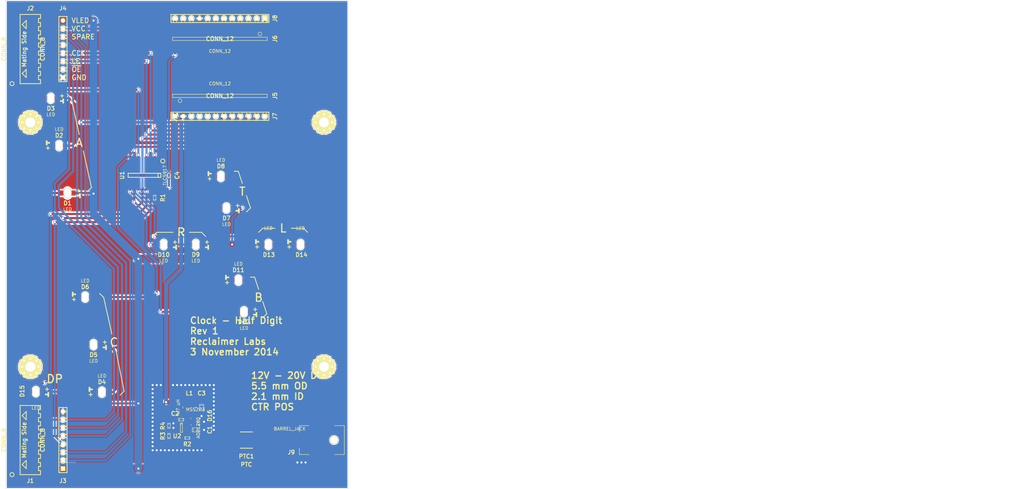
<source format=kicad_pcb>
(kicad_pcb (version 3) (host pcbnew "(2013-07-07 BZR 4022)-stable")
  (title_block (title "Clock Half Digit") (rev 1) (company "Reclaimer Labs"))
  (layers (15 F.Cu signal) (0 B.Cu signal) (18 B.Paste user) (19 F.Paste user) (20 B.SilkS user) (21 F.SilkS user) (22 B.Mask user) (23 F.Mask user) (28 Edge.Cuts user))
  (net 0 "")
  (net 1 +5V)
  (net 2 /CLK)
  (net 3 /LE)
  (net 4 /SDI)
  (net 5 /SDO)
  (net 6 /SPARE)
  (net 7 /~OE)
  (net 8 GND)
  (net 9 N-000001)
  (net 10 N-0000010)
  (net 11 N-0000012)
  (net 12 N-0000016)
  (net 13 N-0000017)
  (net 14 N-0000018)
  (net 15 N-0000019)
  (net 16 N-0000020)
  (net 17 N-0000021)
  (net 18 N-0000022)
  (net 19 N-0000023)
  (net 20 N-0000024)
  (net 21 N-0000025)
  (net 22 N-0000026)
  (net 23 N-0000027)
  (net 24 N-0000028)
  (net 25 N-0000029)
  (net 26 N-0000030)
  (net 27 N-0000031)
  (net 28 N-0000032)
  (net 29 N-0000034)
  (net 30 N-0000035)
  (net 31 N-0000036)
  (net 32 N-0000038)
  (net 33 N-000004)
  (net 34 N-0000040)
  (net 35 N-0000041)
  (net 36 N-0000043)
  (net 37 N-0000044)
  (net 38 N-0000045)
  (net 39 N-0000046)
  (net 40 N-0000047)
  (net 41 N-0000048)
  (net 42 N-000005)
  (net 43 N-000006)
  (net 44 N-000007)
  (net 45 N-000008)
  (net 46 VCC)
  (net 47 Vled)
  (module SSM-SV-12 (layer F.Cu) (at 135.255 80.645 180)
    (fp_text reference J6 (at -17.145 0 270) (layer F.SilkS) (effects (font (size 1.27 1.27) (thickness 0.254))))
    (fp_text value CONN_12 (at 0 -3.81 180) (layer F.SilkS))
    (pad 1 smd rect (at -13.97 1.905 180) (size 1.016 1.905) (layers F.Cu F.Paste F.Mask) (net 26 N-0000030))
    (pad 2 smd rect (at -11.43 -1.905 180) (size 1.016 1.905) (layers F.Cu F.Paste F.Mask) (net 25 N-0000029))
    (pad 3 smd rect (at -8.89 1.905 180) (size 1.016 1.905) (layers F.Cu F.Paste F.Mask) (net 24 N-0000028))
    (pad 4 smd rect (at -6.35 -1.905 180) (size 1.016 1.905) (layers F.Cu F.Paste F.Mask) (net 23 N-0000027))
    (pad 5 smd rect (at -3.81 1.905 180) (size 1.016 1.905) (layers F.Cu F.Paste F.Mask) (net 16 N-0000020))
    (pad 6 smd rect (at -1.27 -1.905 180) (size 1.016 1.905) (layers F.Cu F.Paste F.Mask) (net 22 N-0000026))
    (pad 7 smd rect (at 1.27 1.905 180) (size 1.016 1.905) (layers F.Cu F.Paste F.Mask) (net 21 N-0000025))
    (pad 8 smd rect (at 3.81 -1.905 180) (size 1.016 1.905) (layers F.Cu F.Paste F.Mask) (net 20 N-0000024))
    (pad 9 smd rect (at 6.35 1.905 180) (size 1.016 1.905) (layers F.Cu F.Paste F.Mask) (net 8 GND))
    (pad 10 smd rect (at 8.89 -1.905 180) (size 1.016 1.905) (layers F.Cu F.Paste F.Mask) (net 19 N-0000023))
    (pad 11 smd rect (at 11.43 1.905 180) (size 1.016 1.905) (layers F.Cu F.Paste F.Mask) (net 18 N-0000022))
    (pad 12 smd rect (at 13.97 -1.905 180) (size 1.016 1.905) (layers F.Cu F.Paste F.Mask) (net 46 VCC))
  )
  (module SSM-SV-12 (layer F.Cu) (at 135.255 98.425)
    (fp_text reference J5 (at 17.145 0 90) (layer F.SilkS) (effects (font (size 1.27 1.27) (thickness 0.254))))
    (fp_text value CONN_12 (at 0 -3.81) (layer F.SilkS))
    (pad 1 smd rect (at -13.97 1.905) (size 1.016 1.905) (layers F.Cu F.Paste F.Mask) (net 1 +5V))
    (pad 2 smd rect (at -11.43 -1.905) (size 1.016 1.905) (layers F.Cu F.Paste F.Mask) (net 8 GND))
    (pad 3 smd rect (at -8.89 1.905) (size 1.016 1.905) (layers F.Cu F.Paste F.Mask) (net 14 N-0000018))
    (pad 4 smd rect (at -6.35 -1.905) (size 1.016 1.905) (layers F.Cu F.Paste F.Mask) (net 13 N-0000017))
    (pad 5 smd rect (at -3.81 1.905) (size 1.016 1.905) (layers F.Cu F.Paste F.Mask) (net 12 N-0000016))
    (pad 6 smd rect (at -1.27 -1.905) (size 1.016 1.905) (layers F.Cu F.Paste F.Mask) (net 15 N-0000019))
    (pad 7 smd rect (at 1.27 1.905) (size 1.016 1.905) (layers F.Cu F.Paste F.Mask) (net 6 /SPARE))
    (pad 8 smd rect (at 3.81 -1.905) (size 1.016 1.905) (layers F.Cu F.Paste F.Mask) (net 4 /SDI))
    (pad 9 smd rect (at 6.35 1.905) (size 1.016 1.905) (layers F.Cu F.Paste F.Mask) (net 2 /CLK))
    (pad 10 smd rect (at 8.89 -1.905) (size 1.016 1.905) (layers F.Cu F.Paste F.Mask) (net 3 /LE))
    (pad 11 smd rect (at 11.43 1.905) (size 1.016 1.905) (layers F.Cu F.Paste F.Mask) (net 7 /~OE))
    (pad 12 smd rect (at 13.97 -1.905) (size 1.016 1.905) (layers F.Cu F.Paste F.Mask) (net 27 N-0000031))
  )
  (module SSM-SH-08 (layer F.Cu) (at 76.2 205.74 90)
    (fp_text reference J1 (at -12.7 0 180) (layer F.SilkS) (effects (font (size 1.27 1.27) (thickness 0.254))))
    (fp_text value CONN_8 (at 0 -8.255 90) (layer F.SilkS) (effects (font (size 1.27 1.27) (thickness 0.254))))
    (fp_text user "Mating Side" (at 0 -1.905 90) (layer F.SilkS) (effects (font (size 1.27 1.27) (thickness 0.254))))
    (pad 1 smd rect (at -8.89 -5.1435 90) (size 1.016 1.905) (layers F.Cu F.Paste F.Mask) (net 47 Vled))
    (pad 2 smd rect (at -6.35 -5.1435 90) (size 1.016 1.905) (layers F.Cu F.Paste F.Mask) (net 46 VCC))
    (pad 3 smd rect (at -3.81 -5.1435 90) (size 1.016 1.905) (layers F.Cu F.Paste F.Mask) (net 6 /SPARE))
    (pad 4 smd rect (at -1.27 -5.1435 90) (size 1.016 1.905) (layers F.Cu F.Paste F.Mask) (net 5 /SDO))
    (pad 5 smd rect (at 1.27 -5.1435 90) (size 1.016 1.905) (layers F.Cu F.Paste F.Mask) (net 2 /CLK))
    (pad 6 smd rect (at 3.81 -5.1435 90) (size 1.016 1.905) (layers F.Cu F.Paste F.Mask) (net 3 /LE))
    (pad 7 smd rect (at 6.35 -5.1435 90) (size 1.016 1.905) (layers F.Cu F.Paste F.Mask) (net 7 /~OE))
    (pad 8 smd rect (at 8.89 -5.1435 90) (size 1.016 1.905) (layers F.Cu F.Paste F.Mask) (net 8 GND))
    (pad 1 smd rect (at -8.89 5.1435 90) (size 1.016 1.905) (layers F.Cu F.Paste F.Mask) (net 47 Vled))
    (pad 2 smd rect (at -6.35 5.1435 90) (size 1.016 1.905) (layers F.Cu F.Paste F.Mask) (net 46 VCC))
    (pad 3 smd rect (at -3.81 5.1435 90) (size 1.016 1.905) (layers F.Cu F.Paste F.Mask) (net 6 /SPARE))
    (pad 4 smd rect (at -1.27 5.1435 90) (size 1.016 1.905) (layers F.Cu F.Paste F.Mask) (net 5 /SDO))
    (pad 5 smd rect (at 1.27 5.1435 90) (size 1.016 1.905) (layers F.Cu F.Paste F.Mask) (net 2 /CLK))
    (pad 6 smd rect (at 3.81 5.1435 90) (size 1.016 1.905) (layers F.Cu F.Paste F.Mask) (net 3 /LE))
    (pad 7 smd rect (at 6.35 5.1435 90) (size 1.016 1.905) (layers F.Cu F.Paste F.Mask) (net 7 /~OE))
    (pad 8 smd rect (at 8.89 5.1435 90) (size 1.016 1.905) (layers F.Cu F.Paste F.Mask) (net 8 GND))
  )
  (module SSM-SH-08 (layer F.Cu) (at 76.2 83.82 90)
    (fp_text reference J2 (at 12.7 0 180) (layer F.SilkS) (effects (font (size 1.27 1.27) (thickness 0.254))))
    (fp_text value CONN_8 (at 0 -8.255 90) (layer F.SilkS) (effects (font (size 1.27 1.27) (thickness 0.254))))
    (fp_text user "Mating Side" (at 0 -1.905 90) (layer F.SilkS) (effects (font (size 1.27 1.27) (thickness 0.254))))
    (pad 1 smd rect (at -8.89 -5.1435 90) (size 1.016 1.905) (layers F.Cu F.Paste F.Mask) (net 8 GND))
    (pad 2 smd rect (at -6.35 -5.1435 90) (size 1.016 1.905) (layers F.Cu F.Paste F.Mask) (net 7 /~OE))
    (pad 3 smd rect (at -3.81 -5.1435 90) (size 1.016 1.905) (layers F.Cu F.Paste F.Mask) (net 3 /LE))
    (pad 4 smd rect (at -1.27 -5.1435 90) (size 1.016 1.905) (layers F.Cu F.Paste F.Mask) (net 2 /CLK))
    (pad 5 smd rect (at 1.27 -5.1435 90) (size 1.016 1.905) (layers F.Cu F.Paste F.Mask) (net 29 N-0000034))
    (pad 6 smd rect (at 3.81 -5.1435 90) (size 1.016 1.905) (layers F.Cu F.Paste F.Mask) (net 6 /SPARE))
    (pad 7 smd rect (at 6.35 -5.1435 90) (size 1.016 1.905) (layers F.Cu F.Paste F.Mask) (net 46 VCC))
    (pad 8 smd rect (at 8.89 -5.1435 90) (size 1.016 1.905) (layers F.Cu F.Paste F.Mask) (net 47 Vled))
    (pad 1 smd rect (at -8.89 5.1435 90) (size 1.016 1.905) (layers F.Cu F.Paste F.Mask) (net 8 GND))
    (pad 2 smd rect (at -6.35 5.1435 90) (size 1.016 1.905) (layers F.Cu F.Paste F.Mask) (net 7 /~OE))
    (pad 3 smd rect (at -3.81 5.1435 90) (size 1.016 1.905) (layers F.Cu F.Paste F.Mask) (net 3 /LE))
    (pad 4 smd rect (at -1.27 5.1435 90) (size 1.016 1.905) (layers F.Cu F.Paste F.Mask) (net 2 /CLK))
    (pad 5 smd rect (at 1.27 5.1435 90) (size 1.016 1.905) (layers F.Cu F.Paste F.Mask) (net 29 N-0000034))
    (pad 6 smd rect (at 3.81 5.1435 90) (size 1.016 1.905) (layers F.Cu F.Paste F.Mask) (net 6 /SPARE))
    (pad 7 smd rect (at 6.35 5.1435 90) (size 1.016 1.905) (layers F.Cu F.Paste F.Mask) (net 46 VCC))
    (pad 8 smd rect (at 8.89 5.1435 90) (size 1.016 1.905) (layers F.Cu F.Paste F.Mask) (net 47 Vled))
  )
  (module SOT23_6_Jason (layer F.Cu) (at 123.19 201.93 270)
    (fp_text reference U2 (at 2.54 1.27 360) (layer F.SilkS) (effects (font (size 1.27 1.27) (thickness 0.254))))
    (fp_text value AOZ1280 (at 0 -5.334 270) (layer F.SilkS))
    (pad 1 smd rect (at -0.95 1.2 270) (size 0.63 0.8) (layers F.Cu F.Paste F.Mask) (net 31 N-0000036))
    (pad 2 smd rect (at 0 1.2 270) (size 0.63 0.8) (layers F.Cu F.Paste F.Mask) (net 8 GND))
    (pad 3 smd rect (at 0.95 1.2 270) (size 0.63 0.8) (layers F.Cu F.Paste F.Mask) (net 28 N-0000032))
    (pad 4 smd rect (at 0.95 -1.2 270) (size 0.63 0.8) (layers F.Cu F.Paste F.Mask) (net 32 N-0000038))
    (pad 5 smd rect (at 0 -1.2 270) (size 0.63 0.8) (layers F.Cu F.Paste F.Mask) (net 47 Vled))
    (pad 6 smd rect (at -0.95 -1.2 270) (size 0.63 0.8) (layers F.Cu F.Paste F.Mask) (net 30 N-0000035))
  )
  (module SOIC16_Jason (layer F.Cu) (at 111.76 123.19 270)
    (fp_text reference U1 (at 0 6.985 270) (layer F.SilkS) (effects (font (size 1.27 1.27) (thickness 0.254))))
    (fp_text value TLC5917 (at 0 -6.35 270) (layer F.SilkS))
    (pad 1 smd rect (at -2.3241 -4.445 270) (size 2.3876 0.508) (layers F.Cu F.Paste F.Mask) (net 8 GND))
    (pad 2 smd rect (at -2.3241 -3.175 270) (size 2.3876 0.508) (layers F.Cu F.Paste F.Mask) (net 4 /SDI))
    (pad 3 smd rect (at -2.3241 -1.905 270) (size 2.3876 0.508) (layers F.Cu F.Paste F.Mask) (net 2 /CLK))
    (pad 4 smd rect (at -2.3241 -0.635 270) (size 2.3876 0.508) (layers F.Cu F.Paste F.Mask) (net 3 /LE))
    (pad 5 smd rect (at -2.3241 0.635 270) (size 2.3876 0.508) (layers F.Cu F.Paste F.Mask))
    (pad 6 smd rect (at -2.3241 1.905 270) (size 2.3876 0.508) (layers F.Cu F.Paste F.Mask) (net 10 N-0000010))
    (pad 7 smd rect (at -2.3241 3.175 270) (size 2.3876 0.508) (layers F.Cu F.Paste F.Mask) (net 45 N-000008))
    (pad 8 smd rect (at -2.3241 4.445 270) (size 2.3876 0.508) (layers F.Cu F.Paste F.Mask) (net 44 N-000007))
    (pad 9 smd rect (at 2.3241 4.445 270) (size 2.3876 0.508) (layers F.Cu F.Paste F.Mask) (net 43 N-000006))
    (pad 10 smd rect (at 2.3241 3.175 270) (size 2.3876 0.508) (layers F.Cu F.Paste F.Mask) (net 42 N-000005))
    (pad 11 smd rect (at 2.3241 1.905 270) (size 2.3876 0.508) (layers F.Cu F.Paste F.Mask) (net 33 N-000004))
    (pad 12 smd rect (at 2.3241 0.635 270) (size 2.3876 0.508) (layers F.Cu F.Paste F.Mask) (net 9 N-000001))
    (pad 13 smd rect (at 2.3241 -0.635 270) (size 2.3876 0.508) (layers F.Cu F.Paste F.Mask) (net 7 /~OE))
    (pad 14 smd rect (at 2.3241 -1.905 270) (size 2.3876 0.508) (layers F.Cu F.Paste F.Mask) (net 5 /SDO))
    (pad 15 smd rect (at 2.3241 -3.175 270) (size 2.3876 0.508) (layers F.Cu F.Paste F.Mask) (net 11 N-0000012))
    (pad 16 smd rect (at 2.3241 -4.445 270) (size 2.3876 0.508) (layers F.Cu F.Paste F.Mask) (net 46 VCC))
  )
  (module HEADER_8X1 (layer F.Cu) (at 86.36 205.74 90)
    (fp_text reference J3 (at -12.7 0 180) (layer F.SilkS) (effects (font (size 1.27 1.27) (thickness 0.254))))
    (fp_text value CONN_8 (at 0 -6.35 90) (layer F.SilkS) (effects (font (size 1.27 1.27) (thickness 0.254))))
    (pad 1 thru_hole rect (at -8.89 0 90) (size 1.524 1.524) (drill 1.016) (layers *.Cu *.Mask F.SilkS) (net 47 Vled))
    (pad 2 thru_hole circle (at -6.35 0 90) (size 1.524 1.524) (drill 1.016) (layers *.Cu *.Mask F.SilkS) (net 46 VCC))
    (pad 3 thru_hole circle (at -3.81 0 90) (size 1.524 1.524) (drill 1.016) (layers *.Cu *.Mask F.SilkS) (net 6 /SPARE))
    (pad 4 thru_hole circle (at -1.27 0 90) (size 1.524 1.524) (drill 1.016) (layers *.Cu *.Mask F.SilkS) (net 5 /SDO))
    (pad 5 thru_hole circle (at 1.27 0 90) (size 1.524 1.524) (drill 1.016) (layers *.Cu *.Mask F.SilkS) (net 2 /CLK))
    (pad 6 thru_hole circle (at 3.81 0 90) (size 1.524 1.524) (drill 1.016) (layers *.Cu *.Mask F.SilkS) (net 3 /LE))
    (pad 7 thru_hole circle (at 6.35 0 90) (size 1.524 1.524) (drill 1.016) (layers *.Cu *.Mask F.SilkS) (net 7 /~OE))
    (pad 8 thru_hole circle (at 8.89 0 90) (size 1.524 1.524) (drill 1.016) (layers *.Cu *.Mask F.SilkS) (net 8 GND))
  )
  (module HEADER_8X1 (layer F.Cu) (at 86.36 83.82 90)
    (fp_text reference J4 (at 12.7 0 180) (layer F.SilkS) (effects (font (size 1.27 1.27) (thickness 0.254))))
    (fp_text value CONN_8 (at 0 -6.35 90) (layer F.SilkS) (effects (font (size 1.27 1.27) (thickness 0.254))))
    (pad 1 thru_hole rect (at -8.89 0 90) (size 1.524 1.524) (drill 1.016) (layers *.Cu *.Mask F.SilkS) (net 8 GND))
    (pad 2 thru_hole circle (at -6.35 0 90) (size 1.524 1.524) (drill 1.016) (layers *.Cu *.Mask F.SilkS) (net 7 /~OE))
    (pad 3 thru_hole circle (at -3.81 0 90) (size 1.524 1.524) (drill 1.016) (layers *.Cu *.Mask F.SilkS) (net 3 /LE))
    (pad 4 thru_hole circle (at -1.27 0 90) (size 1.524 1.524) (drill 1.016) (layers *.Cu *.Mask F.SilkS) (net 2 /CLK))
    (pad 5 thru_hole circle (at 1.27 0 90) (size 1.524 1.524) (drill 1.016) (layers *.Cu *.Mask F.SilkS) (net 29 N-0000034))
    (pad 6 thru_hole circle (at 3.81 0 90) (size 1.524 1.524) (drill 1.016) (layers *.Cu *.Mask F.SilkS) (net 6 /SPARE))
    (pad 7 thru_hole circle (at 6.35 0 90) (size 1.524 1.524) (drill 1.016) (layers *.Cu *.Mask F.SilkS) (net 46 VCC))
    (pad 8 thru_hole circle (at 8.89 0 90) (size 1.524 1.524) (drill 1.016) (layers *.Cu *.Mask F.SilkS) (net 47 Vled))
  )
  (module c_0805 (layer F.Cu) (at 127.635 202.565 180)
    (fp_text reference C1 (at -4.445 0 270) (layer F.SilkS) (effects (font (size 1.27 1.27) (thickness 0.254))))
    (fp_text value 4.7uF hide)
    (pad 1 smd rect (at 0.9525 0 180) (size 1.30048 1.4986) (layers F.Cu F.Paste F.Mask) (net 47 Vled))
    (pad 2 smd rect (at -0.9525 0 180) (size 1.30048 1.4986) (layers F.Cu F.Paste F.Mask) (net 8 GND))
  )
  (module c_0805 (layer F.Cu) (at 129.54 195.58 90)
    (fp_text reference C3 (at 4.445 0 180) (layer F.SilkS) (effects (font (size 1.27 1.27) (thickness 0.254))))
    (fp_text value 4.7uF hide)
    (pad 1 smd rect (at 0.9525 0 90) (size 1.30048 1.4986) (layers F.Cu F.Paste F.Mask) (net 1 +5V))
    (pad 2 smd rect (at -0.9525 0 90) (size 1.30048 1.4986) (layers F.Cu F.Paste F.Mask) (net 8 GND))
  )
  (module c_0603 (layer F.Cu) (at 119.38 204.47 270)
    (fp_text reference R3 (at 0 1.905 270) (layer F.SilkS) (effects (font (size 1.27 1.27) (thickness 0.254))))
    (fp_text value "49.9k 1%" hide)
    (pad 1 smd rect (at 0.75184 0 270) (size 0.89916 1.00076) (layers F.Cu F.Paste F.Mask) (net 1 +5V))
    (pad 2 smd rect (at -0.75184 0 270) (size 0.89916 1.00076) (layers F.Cu F.Paste F.Mask) (net 28 N-0000032))
  )
  (module c_0603 (layer F.Cu) (at 114.935 130.175 90)
    (fp_text reference R1 (at 0 2.54 90) (layer F.SilkS) (effects (font (size 1.27 1.27) (thickness 0.254))))
    (fp_text value "931R 1%" hide)
    (pad 1 smd rect (at 0.75184 0 90) (size 0.89916 1.00076) (layers F.Cu F.Paste F.Mask) (net 11 N-0000012))
    (pad 2 smd rect (at -0.75184 0 90) (size 0.89916 1.00076) (layers F.Cu F.Paste F.Mask) (net 8 GND))
  )
  (module c_0603 (layer F.Cu) (at 123.19 199.39 180)
    (fp_text reference C2 (at 1.905 1.905 180) (layer F.SilkS) (effects (font (size 1.27 1.27) (thickness 0.254))))
    (fp_text value 10nF hide)
    (pad 1 smd rect (at 0.75184 0 180) (size 0.89916 1.00076) (layers F.Cu F.Paste F.Mask) (net 31 N-0000036))
    (pad 2 smd rect (at -0.75184 0 180) (size 0.89916 1.00076) (layers F.Cu F.Paste F.Mask) (net 30 N-0000035))
  )
  (module c_0603 (layer F.Cu) (at 125.095 205.105)
    (fp_text reference R2 (at 0 1.905) (layer F.SilkS) (effects (font (size 1.27 1.27) (thickness 0.254))))
    (fp_text value "9.53k 1%" hide)
    (pad 1 smd rect (at 0.75184 0) (size 0.89916 1.00076) (layers F.Cu F.Paste F.Mask) (net 47 Vled))
    (pad 2 smd rect (at -0.75184 0) (size 0.89916 1.00076) (layers F.Cu F.Paste F.Mask) (net 32 N-0000038))
  )
  (module c_0603 (layer F.Cu) (at 119.38 201.295 270)
    (fp_text reference R4 (at 0 1.905 270) (layer F.SilkS) (effects (font (size 1.27 1.27) (thickness 0.254))))
    (fp_text value "9.53k 1%" hide)
    (pad 1 smd rect (at 0.75184 0 270) (size 0.89916 1.00076) (layers F.Cu F.Paste F.Mask) (net 28 N-0000032))
    (pad 2 smd rect (at -0.75184 0 270) (size 0.89916 1.00076) (layers F.Cu F.Paste F.Mask) (net 8 GND))
  )
  (module c_0603 (layer F.Cu) (at 119.38 123.19 270)
    (fp_text reference C4 (at 0 -2.54 270) (layer F.SilkS) (effects (font (size 1.27 1.27) (thickness 0.254))))
    (fp_text value 0.1uF hide)
    (pad 1 smd rect (at 0.75184 0 270) (size 0.89916 1.00076) (layers F.Cu F.Paste F.Mask) (net 46 VCC))
    (pad 2 smd rect (at -0.75184 0 270) (size 0.89916 1.00076) (layers F.Cu F.Paste F.Mask) (net 8 GND))
  )
  (module 2920_ptc (layer F.Cu) (at 143.51 205.74 180)
    (fp_text reference PTC1 (at 0 -5.08 180) (layer F.SilkS) (effects (font (size 1.27 1.27) (thickness 0.254))))
    (fp_text value PTC (at 0 -7.62 180) (layer F.SilkS) (effects (font (size 1.27 1.27) (thickness 0.254))))
    (pad 1 smd rect (at -3.7 0 180) (size 2.3 5.6) (layers F.Cu F.Paste F.Mask) (net 17 N-0000021))
    (pad 2 smd rect (at 3.7 0 180) (size 2.3 5.6) (layers F.Cu F.Paste F.Mask) (net 47 Vled))
  )
  (module 1515 (layer F.Cu) (at 125.73 195.58 90)
    (fp_text reference L1 (at 4.445 0 180) (layer F.SilkS) (effects (font (size 1.27 1.27) (thickness 0.254))))
    (fp_text value "4.7 uH" (at 0 -3.5 90) (layer F.SilkS))
    (pad 1 smd rect (at -1.651 0 90) (size 1.778 4.191) (layers F.Cu F.Paste F.Mask) (net 30 N-0000035))
    (pad 2 smd rect (at 1.651 0 90) (size 1.778 4.191) (layers F.Cu F.Paste F.Mask) (net 1 +5V))
  )
  (module MTHOLE_3mm (layer F.Cu) (at 167.64 106.68)
    (fp_text reference X1 hide)
    (fp_text value MTHOLE hide)
    (pad 1 thru_hole circle (at 0 0) (size 7.3 7.3) (drill 3.1) (layers *.Cu *.Mask F.SilkS) (net 8 GND))
  )
  (module MTHOLE_3mm (layer F.Cu) (at 167.64 182.88 180)
    (fp_text reference X2 hide)
    (fp_text value MTHOLE hide)
    (pad 1 thru_hole circle (at 0 0 180) (size 7.3 7.3) (drill 3.1) (layers *.Cu *.Mask F.SilkS) (net 8 GND))
  )
  (module MTHOLE_3mm (layer F.Cu) (at 76.2 106.68)
    (fp_text reference X3 hide)
    (fp_text value MTHOLE hide)
    (pad 1 thru_hole circle (at 0 0) (size 7.3 7.3) (drill 3.1) (layers *.Cu *.Mask F.SilkS) (net 8 GND))
  )
  (module MTHOLE_3mm (layer F.Cu) (at 76.2 182.88 180)
    (fp_text reference X4 hide)
    (fp_text value MTHOLE hide)
    (pad 1 thru_hole circle (at 0 0 180) (size 7.3 7.3) (drill 3.1) (layers *.Cu *.Mask F.SilkS) (net 8 GND))
  )
  (module MSS2P3 (layer F.Cu) (at 127.635 200.025)
    (fp_text reference D16 (at 4.445 -1.905 90) (layer F.SilkS) (effects (font (size 1.27 1.27) (thickness 0.254))))
    (fp_text value MSS2P3 (at 0 -3.81) (layer F.SilkS))
    (pad 2 smd rect (at -0.65 0) (size 2 1.1) (layers F.Cu F.Paste F.Mask) (net 30 N-0000035))
    (pad 1 smd rect (at 1.25 0) (size 0.8 0.8) (layers F.Cu F.Paste F.Mask) (net 8 GND))
  )
  (module HEADER_12X1 (layer F.Cu) (at 135.255 74.295 180)
    (fp_text reference J8 (at -17.145 0 270) (layer F.SilkS) (effects (font (size 1.27 1.27) (thickness 0.254))))
    (fp_text value CONN_12 (at 0 -6.35 180) (layer F.SilkS) (effects (font (size 1.27 1.27) (thickness 0.254))))
    (pad 1 thru_hole rect (at -13.97 0 180) (size 1.524 1.524) (drill 1.016) (layers *.Cu *.Mask F.SilkS) (net 26 N-0000030))
    (pad 2 thru_hole circle (at -11.43 0 180) (size 1.524 1.524) (drill 1.016) (layers *.Cu *.Mask F.SilkS) (net 25 N-0000029))
    (pad 3 thru_hole circle (at -8.89 0 180) (size 1.524 1.524) (drill 1.016) (layers *.Cu *.Mask F.SilkS) (net 24 N-0000028))
    (pad 4 thru_hole circle (at -6.35 0 180) (size 1.524 1.524) (drill 1.016) (layers *.Cu *.Mask F.SilkS) (net 23 N-0000027))
    (pad 5 thru_hole circle (at -3.81 0 180) (size 1.524 1.524) (drill 1.016) (layers *.Cu *.Mask F.SilkS) (net 16 N-0000020))
    (pad 6 thru_hole circle (at -1.27 0 180) (size 1.524 1.524) (drill 1.016) (layers *.Cu *.Mask F.SilkS) (net 22 N-0000026))
    (pad 7 thru_hole circle (at 1.27 0 180) (size 1.524 1.524) (drill 1.016) (layers *.Cu *.Mask F.SilkS) (net 21 N-0000025))
    (pad 8 thru_hole circle (at 3.81 0 180) (size 1.524 1.524) (drill 1.016) (layers *.Cu *.Mask F.SilkS) (net 20 N-0000024))
    (pad 9 thru_hole circle (at 6.35 0 180) (size 1.524 1.524) (drill 1.016) (layers *.Cu *.Mask F.SilkS) (net 8 GND))
    (pad 10 thru_hole circle (at 8.89 0 180) (size 1.524 1.524) (drill 1.016) (layers *.Cu *.Mask F.SilkS) (net 19 N-0000023))
    (pad 11 thru_hole circle (at 11.43 0 180) (size 1.524 1.524) (drill 1.016) (layers *.Cu *.Mask F.SilkS) (net 18 N-0000022))
    (pad 12 thru_hole circle (at 13.97 0 180) (size 1.524 1.524) (drill 1.016) (layers *.Cu *.Mask F.SilkS) (net 46 VCC))
  )
  (module HEADER_12X1 (layer F.Cu) (at 135.255 104.775)
    (fp_text reference J7 (at 17.145 0 90) (layer F.SilkS) (effects (font (size 1.27 1.27) (thickness 0.254))))
    (fp_text value CONN_12 (at 0 -6.35) (layer F.SilkS) (effects (font (size 1.27 1.27) (thickness 0.254))))
    (pad 1 thru_hole rect (at -13.97 0) (size 1.524 1.524) (drill 1.016) (layers *.Cu *.Mask F.SilkS) (net 1 +5V))
    (pad 2 thru_hole circle (at -11.43 0) (size 1.524 1.524) (drill 1.016) (layers *.Cu *.Mask F.SilkS) (net 8 GND))
    (pad 3 thru_hole circle (at -8.89 0) (size 1.524 1.524) (drill 1.016) (layers *.Cu *.Mask F.SilkS) (net 14 N-0000018))
    (pad 4 thru_hole circle (at -6.35 0) (size 1.524 1.524) (drill 1.016) (layers *.Cu *.Mask F.SilkS) (net 13 N-0000017))
    (pad 5 thru_hole circle (at -3.81 0) (size 1.524 1.524) (drill 1.016) (layers *.Cu *.Mask F.SilkS) (net 12 N-0000016))
    (pad 6 thru_hole circle (at -1.27 0) (size 1.524 1.524) (drill 1.016) (layers *.Cu *.Mask F.SilkS) (net 15 N-0000019))
    (pad 7 thru_hole circle (at 1.27 0) (size 1.524 1.524) (drill 1.016) (layers *.Cu *.Mask F.SilkS) (net 6 /SPARE))
    (pad 8 thru_hole circle (at 3.81 0) (size 1.524 1.524) (drill 1.016) (layers *.Cu *.Mask F.SilkS) (net 4 /SDI))
    (pad 9 thru_hole circle (at 6.35 0) (size 1.524 1.524) (drill 1.016) (layers *.Cu *.Mask F.SilkS) (net 2 /CLK))
    (pad 10 thru_hole circle (at 8.89 0) (size 1.524 1.524) (drill 1.016) (layers *.Cu *.Mask F.SilkS) (net 3 /LE))
    (pad 11 thru_hole circle (at 11.43 0) (size 1.524 1.524) (drill 1.016) (layers *.Cu *.Mask F.SilkS) (net 7 /~OE))
    (pad 12 thru_hole circle (at 13.97 0) (size 1.524 1.524) (drill 1.016) (layers *.Cu *.Mask F.SilkS) (net 27 N-0000031))
  )
  (module 1206_LED_Reverse (layer F.Cu) (at 93.27478 161.15287)
    (fp_text reference D6 (at 0 -3.175) (layer F.SilkS) (effects (font (size 1.27 1.27) (thickness 0.254))))
    (fp_text value LED (at 0 -5.08) (layer F.SilkS))
    (pad 1 smd rect (at -1.9 0) (size 1.3 1.6) (layers F.Cu F.Paste F.Mask) (net 34 N-0000040) (thermal_gap 0.127))
    (pad 2 smd rect (at 1.9 0) (size 1.3 1.6) (layers F.Cu F.Paste F.Mask) (net 45 N-000008) (thermal_gap 0.127))
    (pad "" thru_hole oval (at 0 0) (size 2.1524 3.1524) (drill oval 2 3) (layers *.Cu *.Mask F.SilkS))
  )
  (module 1206_LED_Reverse (layer F.Cu) (at 95.88955 175.98195 180)
    (fp_text reference D5 (at 0 -3.175 180) (layer F.SilkS) (effects (font (size 1.27 1.27) (thickness 0.254))))
    (fp_text value LED (at 0 -5.08 180) (layer F.SilkS))
    (pad 1 smd rect (at -1.9 0 180) (size 1.3 1.6) (layers F.Cu F.Paste F.Mask) (net 35 N-0000041) (thermal_gap 0.127))
    (pad 2 smd rect (at 1.9 0 180) (size 1.3 1.6) (layers F.Cu F.Paste F.Mask) (net 34 N-0000040) (thermal_gap 0.127))
    (pad "" thru_hole oval (at 0 0 180) (size 2.1524 3.1524) (drill oval 2 3) (layers *.Cu *.Mask F.SilkS))
  )
  (module 1206_LED_Reverse (layer F.Cu) (at 98.50433 190.81102)
    (fp_text reference D4 (at 0 -3.175) (layer F.SilkS) (effects (font (size 1.27 1.27) (thickness 0.254))))
    (fp_text value LED (at 0 -5.08) (layer F.SilkS))
    (pad 1 smd rect (at -1.9 0) (size 1.3 1.6) (layers F.Cu F.Paste F.Mask) (net 47 Vled) (thermal_gap 0.127))
    (pad 2 smd rect (at 1.9 0) (size 1.3 1.6) (layers F.Cu F.Paste F.Mask) (net 35 N-0000041) (thermal_gap 0.127))
    (pad "" thru_hole oval (at 0 0) (size 2.1524 3.1524) (drill oval 2 3) (layers *.Cu *.Mask F.SilkS))
  )
  (module 1206_LED_Reverse (layer F.Cu) (at 135.5543 123.54023)
    (fp_text reference D8 (at 0 -3.175) (layer F.SilkS) (effects (font (size 1.27 1.27) (thickness 0.254))))
    (fp_text value LED (at 0 -5.08) (layer F.SilkS))
    (pad 1 smd rect (at -1.9 0) (size 1.3 1.6) (layers F.Cu F.Paste F.Mask) (net 38 N-0000045) (thermal_gap 0.127))
    (pad 2 smd rect (at 1.9 0) (size 1.3 1.6) (layers F.Cu F.Paste F.Mask) (net 44 N-000007) (thermal_gap 0.127))
    (pad "" thru_hole oval (at 0 0) (size 2.1524 3.1524) (drill oval 2 3) (layers *.Cu *.Mask F.SilkS))
  )
  (module 1206_LED_Reverse (layer F.Cu) (at 137.2908 133.38847 180)
    (fp_text reference D7 (at 0 -3.175 180) (layer F.SilkS) (effects (font (size 1.27 1.27) (thickness 0.254))))
    (fp_text value LED (at 0 -5.08 180) (layer F.SilkS))
    (pad 1 smd rect (at -1.9 0 180) (size 1.3 1.6) (layers F.Cu F.Paste F.Mask) (net 47 Vled) (thermal_gap 0.127))
    (pad 2 smd rect (at 1.9 0 180) (size 1.3 1.6) (layers F.Cu F.Paste F.Mask) (net 38 N-0000045) (thermal_gap 0.127))
    (pad "" thru_hole oval (at 0 0 180) (size 2.1524 3.1524) (drill oval 2 3) (layers *.Cu *.Mask F.SilkS))
  )
  (module 1206_LED_Reverse (layer F.Cu) (at 150.3525 144.7688)
    (fp_text reference D13 (at 0.1425 3.1862) (layer F.SilkS) (effects (font (size 1.27 1.27) (thickness 0.254))))
    (fp_text value LED (at 0 -5.08) (layer F.SilkS))
    (pad 1 smd rect (at -1.9 0) (size 1.3 1.6) (layers F.Cu F.Paste F.Mask) (net 47 Vled) (thermal_gap 0.127))
    (pad 2 smd rect (at 1.9 0) (size 1.3 1.6) (layers F.Cu F.Paste F.Mask) (net 37 N-0000044) (thermal_gap 0.127))
    (pad "" thru_hole oval (at 0 0) (size 2.1524 3.1524) (drill oval 2 3) (layers *.Cu *.Mask F.SilkS))
  )
  (module 1206_LED_Reverse (layer F.Cu) (at 142.74673 165.75053 180)
    (fp_text reference D12 (at 0 -3.175 180) (layer F.SilkS) (effects (font (size 1.27 1.27) (thickness 0.254))))
    (fp_text value LED (at 0 -5.08 180) (layer F.SilkS))
    (pad 1 smd rect (at -1.9 0 180) (size 1.3 1.6) (layers F.Cu F.Paste F.Mask) (net 39 N-0000046) (thermal_gap 0.127))
    (pad 2 smd rect (at 1.9 0 180) (size 1.3 1.6) (layers F.Cu F.Paste F.Mask) (net 42 N-000005) (thermal_gap 0.127))
    (pad "" thru_hole oval (at 0 0 180) (size 2.1524 3.1524) (drill oval 2 3) (layers *.Cu *.Mask F.SilkS))
  )
  (module 1206_LED_Reverse (layer F.Cu) (at 160.3525 144.7688)
    (fp_text reference D14 (at 0.3025 3.1862) (layer F.SilkS) (effects (font (size 1.27 1.27) (thickness 0.254))))
    (fp_text value LED (at 0 -5.08) (layer F.SilkS))
    (pad 1 smd rect (at -1.9 0) (size 1.3 1.6) (layers F.Cu F.Paste F.Mask) (net 37 N-0000044) (thermal_gap 0.127))
    (pad 2 smd rect (at 1.9 0) (size 1.3 1.6) (layers F.Cu F.Paste F.Mask) (net 33 N-000004) (thermal_gap 0.127))
    (pad "" thru_hole oval (at 0 0) (size 2.1524 3.1524) (drill oval 2 3) (layers *.Cu *.Mask F.SilkS))
  )
  (module 1206_LED_Reverse (layer F.Cu) (at 82.57175 99.16855 180)
    (fp_text reference D3 (at 0 -3.175 180) (layer F.SilkS) (effects (font (size 1.27 1.27) (thickness 0.254))))
    (fp_text value LED (at 0 -5.08 180) (layer F.SilkS))
    (pad 1 smd rect (at -1.9 0 180) (size 1.3 1.6) (layers F.Cu F.Paste F.Mask) (net 40 N-0000047) (thermal_gap 0.127))
    (pad 2 smd rect (at 1.9 0 180) (size 1.3 1.6) (layers F.Cu F.Paste F.Mask) (net 10 N-0000010) (thermal_gap 0.127))
    (pad "" thru_hole oval (at 0 0 180) (size 2.1524 3.1524) (drill oval 2 3) (layers *.Cu *.Mask F.SilkS))
  )
  (module 1206_LED_Reverse (layer F.Cu) (at 141.01027 155.90247)
    (fp_text reference D11 (at 0 -3.175) (layer F.SilkS) (effects (font (size 1.27 1.27) (thickness 0.254))))
    (fp_text value LED (at 0 -5.08) (layer F.SilkS))
    (pad 1 smd rect (at -1.9 0) (size 1.3 1.6) (layers F.Cu F.Paste F.Mask) (net 47 Vled) (thermal_gap 0.127))
    (pad 2 smd rect (at 1.9 0) (size 1.3 1.6) (layers F.Cu F.Paste F.Mask) (net 39 N-0000046) (thermal_gap 0.127))
    (pad "" thru_hole oval (at 0 0) (size 2.1524 3.1524) (drill oval 2 3) (layers *.Cu *.Mask F.SilkS))
  )
  (module 1206_LED_Reverse (layer F.Cu) (at 85.1764 113.9401)
    (fp_text reference D2 (at 0 -3.175) (layer F.SilkS) (effects (font (size 1.27 1.27) (thickness 0.254))))
    (fp_text value LED (at 0 -5.08) (layer F.SilkS))
    (pad 1 smd rect (at -1.9 0) (size 1.3 1.6) (layers F.Cu F.Paste F.Mask) (net 41 N-0000048) (thermal_gap 0.127))
    (pad 2 smd rect (at 1.9 0) (size 1.3 1.6) (layers F.Cu F.Paste F.Mask) (net 40 N-0000047) (thermal_gap 0.127))
    (pad "" thru_hole oval (at 0 0) (size 2.1524 3.1524) (drill oval 2 3) (layers *.Cu *.Mask F.SilkS))
  )
  (module 1206_LED_Reverse (layer F.Cu) (at 87.78105 128.71165 180)
    (fp_text reference D1 (at 0 -3.175 180) (layer F.SilkS) (effects (font (size 1.27 1.27) (thickness 0.254))))
    (fp_text value LED (at 0 -5.08 180) (layer F.SilkS))
    (pad 1 smd rect (at -1.9 0 180) (size 1.3 1.6) (layers F.Cu F.Paste F.Mask) (net 47 Vled) (thermal_gap 0.127))
    (pad 2 smd rect (at 1.9 0 180) (size 1.3 1.6) (layers F.Cu F.Paste F.Mask) (net 41 N-0000048) (thermal_gap 0.127))
    (pad "" thru_hole oval (at 0 0 180) (size 2.1524 3.1524) (drill oval 2 3) (layers *.Cu *.Mask F.SilkS))
  )
  (module 1206_LED_Reverse (layer F.Cu) (at 117.7417 144.7688 180)
    (fp_text reference D10 (at 0 -3.175 180) (layer F.SilkS) (effects (font (size 1.27 1.27) (thickness 0.254))))
    (fp_text value LED (at 0 -5.08 180) (layer F.SilkS))
    (pad 1 smd rect (at -1.9 0 180) (size 1.3 1.6) (layers F.Cu F.Paste F.Mask) (net 36 N-0000043) (thermal_gap 0.127))
    (pad 2 smd rect (at 1.9 0 180) (size 1.3 1.6) (layers F.Cu F.Paste F.Mask) (net 43 N-000006) (thermal_gap 0.127))
    (pad "" thru_hole oval (at 0 0 180) (size 2.1524 3.1524) (drill oval 2 3) (layers *.Cu *.Mask F.SilkS))
  )
  (module 1206_LED_Reverse (layer F.Cu) (at 127.7417 144.7688 180)
    (fp_text reference D9 (at 0 -3.175 180) (layer F.SilkS) (effects (font (size 1.27 1.27) (thickness 0.254))))
    (fp_text value LED (at 0 -5.08 180) (layer F.SilkS))
    (pad 1 smd rect (at -1.9 0 180) (size 1.3 1.6) (layers F.Cu F.Paste F.Mask) (net 47 Vled) (thermal_gap 0.127))
    (pad 2 smd rect (at 1.9 0 180) (size 1.3 1.6) (layers F.Cu F.Paste F.Mask) (net 36 N-0000043) (thermal_gap 0.127))
    (pad "" thru_hole oval (at 0 0 180) (size 2.1524 3.1524) (drill oval 2 3) (layers *.Cu *.Mask F.SilkS))
  )
  (module 1206_LED_Reverse (layer F.Cu) (at 77.9267 190.6401 180)
    (fp_text reference D15 (at 4.2667 0.1401 270) (layer F.SilkS) (effects (font (size 1.27 1.27) (thickness 0.254))))
    (fp_text value LED (at 0 -5.08 180) (layer F.SilkS))
    (pad 1 smd rect (at -1.9 0 180) (size 1.3 1.6) (layers F.Cu F.Paste F.Mask) (net 47 Vled) (thermal_gap 0.127))
    (pad 2 smd rect (at 1.9 0 180) (size 1.3 1.6) (layers F.Cu F.Paste F.Mask) (net 9 N-000001) (thermal_gap 0.127))
    (pad "" thru_hole oval (at 0 0 180) (size 2.1524 3.1524) (drill oval 2 3) (layers *.Cu *.Mask F.SilkS))
  )
  (module PJ-036AH-SMT (layer F.Cu) (at 167.005 205.74 180)
    (fp_text reference J9 (at 9.525 -3.81 180) (layer F.SilkS) (effects (font (size 1.27 1.27) (thickness 0.254))))
    (fp_text value BARREL_JACK (at 10 3.5 180) (layer F.SilkS))
    (pad 1 smd rect (at 9 0 180) (size 4.4 3.3) (layers F.Cu F.Paste F.Mask) (net 17 N-0000021))
    (pad 2 smd rect (at 0 -6.45 180) (size 6.2 3.9) (layers F.Cu F.Paste F.Mask) (net 8 GND))
    (pad 3 smd rect (at 0 6.45 180) (size 6.2 3.9) (layers F.Cu F.Paste F.Mask))
    (pad "" thru_hole circle (at -3.8 0 180) (size 2.5 2.5) (drill 2) (layers *.Cu *.Mask F.SilkS))
  )
  (gr_text "12V - 20V DC\n5.5 mm OD\n2.1 mm ID\nCTR POS" (at 144.78 190.5) (layer F.SilkS) (effects (font (size 2.032 2.032) (thickness 0.381)) (justify left)))
  (gr_line (start 149.86 166.37) (end 148.59 167.64) (angle 90) (layer F.SilkS) (width 0.254))
  (gr_line (start 146.05 154.94) (end 144.78 154.94) (angle 90) (layer F.SilkS) (width 0.254))
  (gr_line (start 147.32 158.75) (end 146.05 154.94) (angle 90) (layer F.SilkS) (width 0.254))
  (gr_line (start 149.86 166.37) (end 148.59 162.56) (angle 90) (layer F.SilkS) (width 0.254))
  (gr_text B (at 147.32 161.29) (layer F.SilkS) (effects (font (size 2.54 2.54) (thickness 0.381))))
  (gr_line (start 140.97 121.92) (end 139.7 121.92) (angle 90) (layer F.SilkS) (width 0.254))
  (gr_line (start 140.97 121.92) (end 142.24 125.73) (angle 90) (layer F.SilkS) (width 0.254))
  (gr_line (start 144.78 133.35) (end 143.51 134.62) (angle 90) (layer F.SilkS) (width 0.254))
  (gr_line (start 144.78 133.35) (end 143.51 129.54) (angle 90) (layer F.SilkS) (width 0.254))
  (gr_text T (at 142.24 128.27) (layer F.SilkS) (effects (font (size 2.54 2.54) (thickness 0.381))))
  (gr_line (start 115.57 140.97) (end 114.3 142.24) (angle 90) (layer F.SilkS) (width 0.254))
  (gr_line (start 120.65 140.97) (end 115.57 140.97) (angle 90) (layer F.SilkS) (width 0.254))
  (gr_line (start 129.54 140.97) (end 130.81 142.24) (angle 90) (layer F.SilkS) (width 0.254))
  (gr_line (start 125.73 140.97) (end 129.54 140.97) (angle 90) (layer F.SilkS) (width 0.254))
  (gr_line (start 161.29 139.7) (end 162.56 140.97) (angle 90) (layer F.SilkS) (width 0.254))
  (gr_line (start 157.48 139.7) (end 161.29 139.7) (angle 90) (layer F.SilkS) (width 0.254))
  (gr_line (start 148.59 139.7) (end 152.4 139.7) (angle 90) (layer F.SilkS) (width 0.254))
  (gr_line (start 147.32 140.97) (end 148.59 139.7) (angle 90) (layer F.SilkS) (width 0.254))
  (gr_text R (at 123.19 140.97) (layer F.SilkS) (effects (font (size 2.54 2.54) (thickness 0.381))))
  (gr_text L (at 154.94 139.7) (layer F.SilkS) (effects (font (size 2.54 2.54) (thickness 0.381))))
  (gr_line (start 95.25 127) (end 93.98 128.27) (angle 90) (layer F.SilkS) (width 0.254))
  (gr_line (start 95.25 127) (end 92.71 115.57) (angle 90) (layer F.SilkS) (width 0.254))
  (gr_line (start 88.9 99.06) (end 87.63 97.79) (angle 90) (layer F.SilkS) (width 0.254))
  (gr_line (start 91.44 110.49) (end 88.9 99.06) (angle 90) (layer F.SilkS) (width 0.254))
  (gr_text A (at 91.44 113.03) (layer F.SilkS) (effects (font (size 2.54 2.54) (thickness 0.381))))
  (gr_line (start 104.14 191.77) (end 105.41 190.5) (angle 90) (layer F.SilkS) (width 0.254))
  (gr_line (start 105.41 190.5) (end 102.87 177.8) (angle 90) (layer F.SilkS) (width 0.254))
  (gr_line (start 101.6 172.72) (end 99.06 161.29) (angle 90) (layer F.SilkS) (width 0.254))
  (gr_line (start 97.79 160.02) (end 99.06 161.29) (angle 90) (layer F.SilkS) (width 0.254))
  (gr_text C (at 102.235 175.26) (layer F.SilkS) (effects (font (size 2.54 2.54) (thickness 0.381))))
  (gr_text DP (at 83.82 186.69) (layer F.SilkS) (effects (font (size 2.54 2.54) (thickness 0.381))))
  (gr_text VLED (at 88.9 74.93) (layer F.SilkS) (effects (font (size 1.524 1.524) (thickness 0.254)) (justify left)))
  (gr_text VCC (at 88.9 77.47) (layer F.SilkS) (effects (font (size 1.524 1.524) (thickness 0.254)) (justify left)))
  (gr_text SPARE (at 88.9 80.01) (layer F.SilkS) (effects (font (size 1.524 1.524) (thickness 0.254)) (justify left)))
  (gr_text CLK (at 88.9 85.09) (layer F.SilkS) (effects (font (size 1.524 1.524) (thickness 0.254)) (justify left)))
  (gr_text LE (at 88.9 87.63) (layer F.SilkS) (effects (font (size 1.524 1.524) (thickness 0.254)) (justify left)))
  (gr_text ~OE (at 88.9 90.17) (layer F.SilkS) (effects (font (size 1.524 1.524) (thickness 0.254)) (justify left)))
  (gr_text GND (at 88.9 92.71) (layer F.SilkS) (effects (font (size 1.524 1.524) (thickness 0.254)) (justify left)))
  (gr_text "Clock - Half Digit\nRev 1\nReclaimer Labs\n3 November 2014" (at 125.73 173.355) (layer F.SilkS) (effects (font (size 2.032 2.032) (thickness 0.381)) (justify left)))
  (gr_line (start 175.26 220.98) (end 68.58 220.98) (angle 90) (layer Edge.Cuts) (width 0.1))
  (gr_line (start 175.26 68.58) (end 175.26 220.98) (angle 90) (layer Edge.Cuts) (width 0.1))
  (gr_line (start 68.58 68.58) (end 175.26 68.58) (angle 90) (layer Edge.Cuts) (width 0.1))
  (gr_line (start 68.58 220.98) (end 68.58 68.58) (angle 90) (layer Edge.Cuts) (width 0.1))
  (segment (start 121.285 100.33) (end 121.285 99.06) (width 0.635) (layer F.Cu) (net 1))
  (segment (start 121.285 104.775) (end 121.285 100.33) (width 0.635) (layer F.Cu) (net 1))
  (segment (start 125.73 193.929) (end 118.491 193.929) (width 1.27) (layer F.Cu) (net 1))
  (via (at 118.491 193.929) (size 0.889) (layers F.Cu B.Cu) (net 1))
  (via (at 121.285 104.775) (size 0.889) (layers F.Cu B.Cu) (net 1))
  (segment (start 123.19 106.68) (end 121.285 104.775) (width 1.27) (layer B.Cu) (net 1))
  (segment (start 123.19 152.4) (end 123.19 106.68) (width 1.27) (layer B.Cu) (net 1))
  (segment (start 118.491 157.099) (end 123.19 152.4) (width 1.27) (layer B.Cu) (net 1))
  (segment (start 118.491 193.929) (end 118.491 157.099) (width 1.27) (layer B.Cu) (net 1))
  (segment (start 119.38 205.22184) (end 119.38 206.375) (width 0.635) (layer F.Cu) (net 1))
  (segment (start 116.84 195.58) (end 118.491 193.929) (width 0.635) (layer F.Cu) (net 1))
  (segment (start 116.84 206.375) (end 116.84 195.58) (width 0.635) (layer F.Cu) (net 1))
  (segment (start 117.475 207.01) (end 116.84 206.375) (width 0.635) (layer F.Cu) (net 1))
  (segment (start 118.745 207.01) (end 117.475 207.01) (width 0.635) (layer F.Cu) (net 1))
  (segment (start 119.38 206.375) (end 118.745 207.01) (width 0.635) (layer F.Cu) (net 1))
  (segment (start 141.605 104.775) (end 137.16 109.22) (width 0.635) (layer F.Cu) (net 2))
  (segment (start 137.16 109.22) (end 113.665 109.22) (width 0.635) (layer F.Cu) (net 2))
  (via (at 113.665 109.22) (size 0.889) (layers F.Cu B.Cu) (net 2))
  (segment (start 141.605 100.33) (end 141.605 99.06) (width 0.635) (layer F.Cu) (net 2))
  (segment (start 141.605 100.33) (end 141.605 104.775) (width 0.635) (layer F.Cu) (net 2))
  (segment (start 86.36 85.09) (end 113.665 85.09) (width 0.635) (layer F.Cu) (net 2))
  (segment (start 113.665 85.09) (end 113.665 108.585) (width 0.635) (layer B.Cu) (net 2))
  (via (at 113.665 85.09) (size 0.889) (layers F.Cu B.Cu) (net 2))
  (segment (start 113.665 120.8659) (end 113.665 115.57) (width 0.635) (layer F.Cu) (net 2))
  (via (at 113.665 115.57) (size 0.889) (layers F.Cu B.Cu) (net 2))
  (segment (start 113.665 115.57) (end 113.665 109.22) (width 0.635) (layer B.Cu) (net 2))
  (segment (start 113.665 109.22) (end 113.665 108.585) (width 0.635) (layer B.Cu) (net 2))
  (segment (start 86.36 85.09) (end 87.63 85.09) (width 0.635) (layer B.Cu) (net 2))
  (segment (start 99.695 204.47) (end 86.36 204.47) (width 0.635) (layer B.Cu) (net 2))
  (segment (start 104.775 199.39) (end 99.695 204.47) (width 0.635) (layer B.Cu) (net 2))
  (segment (start 104.775 151.13) (end 104.775 199.39) (width 0.635) (layer B.Cu) (net 2))
  (segment (start 90.805 137.16) (end 104.775 151.13) (width 0.635) (layer B.Cu) (net 2))
  (segment (start 90.805 88.265) (end 90.805 137.16) (width 0.635) (layer B.Cu) (net 2))
  (segment (start 87.63 85.09) (end 90.805 88.265) (width 0.635) (layer B.Cu) (net 2))
  (segment (start 71.0565 204.47) (end 69.85 204.47) (width 0.635) (layer F.Cu) (net 2))
  (segment (start 71.0565 85.09) (end 69.85 85.09) (width 0.635) (layer F.Cu) (net 2))
  (segment (start 81.3435 204.47) (end 86.36 204.47) (width 0.635) (layer F.Cu) (net 2))
  (segment (start 71.0565 204.47) (end 81.3435 204.47) (width 0.635) (layer F.Cu) (net 2))
  (segment (start 86.36 85.09) (end 81.3435 85.09) (width 0.635) (layer F.Cu) (net 2))
  (segment (start 71.0565 85.09) (end 81.3435 85.09) (width 0.635) (layer F.Cu) (net 2))
  (via (at 112.395 110.49) (size 0.889) (layers F.Cu B.Cu) (net 3))
  (segment (start 138.43 110.49) (end 112.395 110.49) (width 0.635) (layer F.Cu) (net 3))
  (segment (start 144.145 104.775) (end 138.43 110.49) (width 0.635) (layer F.Cu) (net 3))
  (segment (start 112.395 110.49) (end 112.395 116.84) (width 0.635) (layer B.Cu) (net 3))
  (segment (start 144.145 96.52) (end 144.145 95.25) (width 0.635) (layer F.Cu) (net 3))
  (segment (start 144.145 96.52) (end 144.145 104.775) (width 0.635) (layer F.Cu) (net 3))
  (segment (start 86.36 87.63) (end 112.395 87.63) (width 0.635) (layer F.Cu) (net 3))
  (segment (start 112.395 87.63) (end 112.395 109.855) (width 0.635) (layer B.Cu) (net 3))
  (via (at 112.395 87.63) (size 0.889) (layers F.Cu B.Cu) (net 3))
  (segment (start 112.395 116.84) (end 112.395 120.8659) (width 0.635) (layer F.Cu) (net 3))
  (segment (start 112.395 109.855) (end 112.395 110.49) (width 0.635) (layer B.Cu) (net 3))
  (via (at 112.395 116.84) (size 0.889) (layers F.Cu B.Cu) (net 3))
  (segment (start 86.36 201.93) (end 99.695 201.93) (width 0.635) (layer B.Cu) (net 3))
  (segment (start 87.63 87.63) (end 86.36 87.63) (width 0.635) (layer B.Cu) (net 3))
  (segment (start 89.535 89.535) (end 87.63 87.63) (width 0.635) (layer B.Cu) (net 3))
  (segment (start 89.535 121.92) (end 89.535 97.79) (width 0.635) (layer B.Cu) (net 3))
  (segment (start 89.535 97.79) (end 89.535 89.535) (width 0.635) (layer B.Cu) (net 3))
  (segment (start 85.09 126.365) (end 89.535 121.92) (width 0.635) (layer B.Cu) (net 3))
  (segment (start 85.09 133.35) (end 85.09 126.365) (width 0.635) (layer B.Cu) (net 3))
  (segment (start 103.505 151.765) (end 85.09 133.35) (width 0.635) (layer B.Cu) (net 3))
  (segment (start 103.505 198.12) (end 103.505 151.765) (width 0.635) (layer B.Cu) (net 3))
  (segment (start 99.695 201.93) (end 103.505 198.12) (width 0.635) (layer B.Cu) (net 3))
  (segment (start 71.0565 201.93) (end 69.85 201.93) (width 0.635) (layer F.Cu) (net 3))
  (segment (start 71.0565 87.63) (end 69.85 87.63) (width 0.635) (layer F.Cu) (net 3))
  (segment (start 81.3435 201.93) (end 86.36 201.93) (width 0.635) (layer F.Cu) (net 3))
  (segment (start 71.0565 201.93) (end 81.3435 201.93) (width 0.635) (layer F.Cu) (net 3))
  (segment (start 81.3435 87.63) (end 71.0565 87.63) (width 0.635) (layer F.Cu) (net 3))
  (segment (start 86.36 87.63) (end 81.3435 87.63) (width 0.635) (layer F.Cu) (net 3))
  (segment (start 139.065 104.775) (end 135.89 107.95) (width 0.635) (layer F.Cu) (net 4))
  (segment (start 135.89 107.95) (end 114.935 107.95) (width 0.635) (layer F.Cu) (net 4))
  (via (at 114.935 107.95) (size 0.889) (layers F.Cu B.Cu) (net 4))
  (segment (start 114.935 107.95) (end 114.935 116.84) (width 0.635) (layer B.Cu) (net 4))
  (via (at 114.935 116.84) (size 0.889) (layers F.Cu B.Cu) (net 4))
  (segment (start 114.935 116.84) (end 114.935 120.8659) (width 0.635) (layer F.Cu) (net 4))
  (segment (start 139.065 96.52) (end 139.065 95.25) (width 0.635) (layer F.Cu) (net 4))
  (segment (start 139.065 96.52) (end 139.065 104.775) (width 0.635) (layer F.Cu) (net 4))
  (segment (start 86.36 207.01) (end 83.82 204.47) (width 0.635) (layer B.Cu) (net 5))
  (segment (start 113.665 133.985) (end 113.665 125.5141) (width 0.635) (layer F.Cu) (net 5))
  (segment (start 109.855 137.795) (end 113.665 133.985) (width 0.635) (layer F.Cu) (net 5))
  (segment (start 83.82 137.795) (end 109.855 137.795) (width 0.635) (layer F.Cu) (net 5))
  (via (at 83.82 137.795) (size 0.889) (layers F.Cu B.Cu) (net 5))
  (segment (start 83.82 204.47) (end 83.82 137.795) (width 0.635) (layer B.Cu) (net 5))
  (segment (start 71.0565 207.01) (end 69.85 207.01) (width 0.635) (layer F.Cu) (net 5))
  (segment (start 81.3435 207.01) (end 86.36 207.01) (width 0.635) (layer F.Cu) (net 5))
  (segment (start 71.0565 207.01) (end 81.3435 207.01) (width 0.635) (layer F.Cu) (net 5))
  (segment (start 136.525 104.775) (end 134.62 106.68) (width 0.635) (layer F.Cu) (net 6))
  (segment (start 134.62 106.68) (end 92.075 106.68) (width 0.635) (layer F.Cu) (net 6))
  (via (at 92.075 106.68) (size 0.889) (layers F.Cu B.Cu) (net 6))
  (segment (start 136.525 100.33) (end 136.525 99.06) (width 0.635) (layer F.Cu) (net 6))
  (segment (start 136.525 100.33) (end 136.525 104.775) (width 0.635) (layer F.Cu) (net 6))
  (segment (start 86.36 209.55) (end 99.695 209.55) (width 0.635) (layer B.Cu) (net 6))
  (segment (start 87.63 80.01) (end 86.36 80.01) (width 0.635) (layer B.Cu) (net 6))
  (segment (start 92.075 84.455) (end 87.63 80.01) (width 0.635) (layer B.Cu) (net 6))
  (segment (start 92.075 136.525) (end 92.075 106.68) (width 0.635) (layer B.Cu) (net 6))
  (segment (start 92.075 106.68) (end 92.075 106.045) (width 0.635) (layer B.Cu) (net 6))
  (segment (start 92.075 106.045) (end 92.075 84.455) (width 0.635) (layer B.Cu) (net 6))
  (segment (start 106.045 150.495) (end 92.075 136.525) (width 0.635) (layer B.Cu) (net 6))
  (segment (start 106.045 203.2) (end 106.045 150.495) (width 0.635) (layer B.Cu) (net 6))
  (segment (start 99.695 209.55) (end 106.045 203.2) (width 0.635) (layer B.Cu) (net 6))
  (segment (start 71.0565 209.55) (end 69.85 209.55) (width 0.635) (layer F.Cu) (net 6))
  (segment (start 71.0565 80.01) (end 69.85 80.01) (width 0.635) (layer F.Cu) (net 6))
  (segment (start 71.0565 80.01) (end 81.3435 80.01) (width 0.635) (layer F.Cu) (net 6))
  (segment (start 81.3435 80.01) (end 86.36 80.01) (width 0.635) (layer F.Cu) (net 6))
  (segment (start 81.3435 209.55) (end 86.36 209.55) (width 0.635) (layer F.Cu) (net 6))
  (segment (start 71.0565 209.55) (end 81.3435 209.55) (width 0.635) (layer F.Cu) (net 6))
  (segment (start 146.685 104.775) (end 139.7 111.76) (width 0.635) (layer F.Cu) (net 7))
  (segment (start 139.7 111.76) (end 111.125 111.76) (width 0.635) (layer F.Cu) (net 7))
  (via (at 111.125 111.76) (size 0.889) (layers F.Cu B.Cu) (net 7))
  (segment (start 111.125 111.76) (end 111.125 127) (width 0.635) (layer B.Cu) (net 7))
  (segment (start 112.395 125.5141) (end 112.395 128.27) (width 0.635) (layer F.Cu) (net 7))
  (via (at 112.395 128.27) (size 0.889) (layers F.Cu B.Cu) (net 7))
  (segment (start 112.395 128.27) (end 111.125 127) (width 0.635) (layer B.Cu) (net 7))
  (segment (start 146.685 100.33) (end 146.685 99.06) (width 0.635) (layer F.Cu) (net 7))
  (segment (start 146.685 100.33) (end 146.685 104.775) (width 0.635) (layer F.Cu) (net 7))
  (segment (start 112.395 125.5141) (end 112.395 132.715) (width 0.635) (layer F.Cu) (net 7))
  (via (at 86.36 136.525) (size 0.889) (layers F.Cu B.Cu) (net 7))
  (segment (start 108.585 136.525) (end 86.36 136.525) (width 0.635) (layer F.Cu) (net 7))
  (segment (start 112.395 132.715) (end 108.585 136.525) (width 0.635) (layer F.Cu) (net 7))
  (segment (start 86.36 90.17) (end 87.63 90.17) (width 0.635) (layer B.Cu) (net 7))
  (segment (start 99.695 199.39) (end 86.36 199.39) (width 0.635) (layer B.Cu) (net 7))
  (segment (start 102.235 196.85) (end 99.695 199.39) (width 0.635) (layer B.Cu) (net 7))
  (segment (start 102.235 152.4) (end 102.235 196.85) (width 0.635) (layer B.Cu) (net 7))
  (segment (start 83.82 133.985) (end 86.36 136.525) (width 0.635) (layer B.Cu) (net 7))
  (segment (start 86.36 136.525) (end 102.235 152.4) (width 0.635) (layer B.Cu) (net 7))
  (segment (start 83.82 125.73) (end 83.82 133.985) (width 0.635) (layer B.Cu) (net 7))
  (segment (start 88.265 121.285) (end 83.82 125.73) (width 0.635) (layer B.Cu) (net 7))
  (segment (start 88.265 90.805) (end 88.265 121.285) (width 0.635) (layer B.Cu) (net 7))
  (segment (start 87.63 90.17) (end 88.265 90.805) (width 0.635) (layer B.Cu) (net 7))
  (segment (start 71.0565 199.39) (end 69.85 199.39) (width 0.635) (layer F.Cu) (net 7))
  (segment (start 71.0565 90.17) (end 69.85 90.17) (width 0.635) (layer F.Cu) (net 7))
  (segment (start 81.3435 199.39) (end 86.36 199.39) (width 0.635) (layer F.Cu) (net 7))
  (segment (start 71.0565 199.39) (end 81.3435 199.39) (width 0.635) (layer F.Cu) (net 7))
  (segment (start 71.0565 90.17) (end 81.3435 90.17) (width 0.635) (layer F.Cu) (net 7))
  (segment (start 81.3435 90.17) (end 86.36 90.17) (width 0.635) (layer F.Cu) (net 7))
  (segment (start 76.2 104.14) (end 76.2 106.68) (width 1.27) (layer F.Cu) (net 8))
  (via (at 76.2 104.14) (size 0.889) (layers F.Cu B.Cu) (net 8))
  (segment (start 76.2 106.68) (end 76.2 104.14) (width 1.27) (layer B.Cu) (net 8))
  (segment (start 78.74 106.68) (end 76.2 106.68) (width 1.27) (layer B.Cu) (net 8))
  (via (at 78.74 106.68) (size 0.889) (layers F.Cu B.Cu) (net 8))
  (segment (start 76.2 106.68) (end 78.74 106.68) (width 1.27) (layer F.Cu) (net 8))
  (segment (start 78.105 104.775) (end 76.2 106.68) (width 1.27) (layer F.Cu) (net 8))
  (via (at 78.105 104.775) (size 0.889) (layers F.Cu B.Cu) (net 8))
  (segment (start 76.2 106.68) (end 78.105 104.775) (width 1.27) (layer B.Cu) (net 8))
  (segment (start 76.2 109.22) (end 76.2 106.68) (width 1.27) (layer B.Cu) (net 8))
  (via (at 76.2 109.22) (size 0.889) (layers F.Cu B.Cu) (net 8))
  (segment (start 76.2 106.68) (end 76.2 109.22) (width 1.27) (layer F.Cu) (net 8))
  (segment (start 78.105 108.585) (end 76.2 106.68) (width 1.27) (layer F.Cu) (net 8))
  (via (at 78.105 108.585) (size 0.889) (layers F.Cu B.Cu) (net 8))
  (segment (start 76.2 106.68) (end 78.105 108.585) (width 1.27) (layer B.Cu) (net 8))
  (segment (start 74.295 108.585) (end 76.2 106.68) (width 1.27) (layer F.Cu) (net 8))
  (via (at 74.295 108.585) (size 0.889) (layers F.Cu B.Cu) (net 8))
  (segment (start 76.2 106.68) (end 74.295 108.585) (width 1.27) (layer B.Cu) (net 8))
  (segment (start 73.66 106.68) (end 76.2 106.68) (width 1.27) (layer B.Cu) (net 8))
  (via (at 73.66 106.68) (size 0.889) (layers F.Cu B.Cu) (net 8))
  (segment (start 76.2 106.68) (end 73.66 106.68) (width 1.27) (layer F.Cu) (net 8))
  (segment (start 74.295 104.775) (end 76.2 106.68) (width 1.27) (layer F.Cu) (net 8))
  (via (at 74.295 104.775) (size 0.889) (layers F.Cu B.Cu) (net 8))
  (segment (start 76.2 106.68) (end 74.295 104.775) (width 1.27) (layer B.Cu) (net 8))
  (segment (start 76.2 182.88) (end 74.295 180.975) (width 1.27) (layer B.Cu) (net 8))
  (via (at 74.295 180.975) (size 0.889) (layers F.Cu B.Cu) (net 8))
  (segment (start 74.295 180.975) (end 76.2 182.88) (width 1.27) (layer F.Cu) (net 8))
  (segment (start 76.2 182.88) (end 73.66 182.88) (width 1.27) (layer F.Cu) (net 8))
  (via (at 73.66 182.88) (size 0.889) (layers F.Cu B.Cu) (net 8))
  (segment (start 73.66 182.88) (end 76.2 182.88) (width 1.27) (layer B.Cu) (net 8))
  (segment (start 76.2 182.88) (end 74.295 184.785) (width 1.27) (layer B.Cu) (net 8))
  (via (at 74.295 184.785) (size 0.889) (layers F.Cu B.Cu) (net 8))
  (segment (start 74.295 184.785) (end 76.2 182.88) (width 1.27) (layer F.Cu) (net 8))
  (segment (start 76.2 182.88) (end 78.105 184.785) (width 1.27) (layer B.Cu) (net 8))
  (via (at 78.105 184.785) (size 0.889) (layers F.Cu B.Cu) (net 8))
  (segment (start 78.105 184.785) (end 76.2 182.88) (width 1.27) (layer F.Cu) (net 8))
  (segment (start 76.2 182.88) (end 76.2 185.42) (width 1.27) (layer F.Cu) (net 8))
  (via (at 76.2 185.42) (size 0.889) (layers F.Cu B.Cu) (net 8))
  (segment (start 76.2 185.42) (end 76.2 182.88) (width 1.27) (layer B.Cu) (net 8))
  (segment (start 76.2 182.88) (end 78.105 180.975) (width 1.27) (layer B.Cu) (net 8))
  (via (at 78.105 180.975) (size 0.889) (layers F.Cu B.Cu) (net 8))
  (segment (start 78.105 180.975) (end 76.2 182.88) (width 1.27) (layer F.Cu) (net 8))
  (segment (start 76.2 182.88) (end 78.74 182.88) (width 1.27) (layer F.Cu) (net 8))
  (via (at 78.74 182.88) (size 0.889) (layers F.Cu B.Cu) (net 8))
  (segment (start 78.74 182.88) (end 76.2 182.88) (width 1.27) (layer B.Cu) (net 8))
  (segment (start 76.2 182.88) (end 76.2 180.34) (width 1.27) (layer B.Cu) (net 8))
  (via (at 76.2 180.34) (size 0.889) (layers F.Cu B.Cu) (net 8))
  (segment (start 76.2 180.34) (end 76.2 182.88) (width 1.27) (layer F.Cu) (net 8))
  (segment (start 167.64 180.34) (end 167.64 182.88) (width 1.27) (layer F.Cu) (net 8))
  (via (at 167.64 180.34) (size 0.889) (layers F.Cu B.Cu) (net 8))
  (segment (start 167.64 182.88) (end 167.64 180.34) (width 1.27) (layer B.Cu) (net 8))
  (segment (start 170.18 182.88) (end 167.64 182.88) (width 1.27) (layer B.Cu) (net 8))
  (via (at 170.18 182.88) (size 0.889) (layers F.Cu B.Cu) (net 8))
  (segment (start 167.64 182.88) (end 170.18 182.88) (width 1.27) (layer F.Cu) (net 8))
  (segment (start 169.545 180.975) (end 167.64 182.88) (width 1.27) (layer F.Cu) (net 8))
  (via (at 169.545 180.975) (size 0.889) (layers F.Cu B.Cu) (net 8))
  (segment (start 167.64 182.88) (end 169.545 180.975) (width 1.27) (layer B.Cu) (net 8))
  (segment (start 167.64 185.42) (end 167.64 182.88) (width 1.27) (layer B.Cu) (net 8))
  (via (at 167.64 185.42) (size 0.889) (layers F.Cu B.Cu) (net 8))
  (segment (start 167.64 182.88) (end 167.64 185.42) (width 1.27) (layer F.Cu) (net 8))
  (segment (start 169.545 184.785) (end 167.64 182.88) (width 1.27) (layer F.Cu) (net 8))
  (via (at 169.545 184.785) (size 0.889) (layers F.Cu B.Cu) (net 8))
  (segment (start 167.64 182.88) (end 169.545 184.785) (width 1.27) (layer B.Cu) (net 8))
  (segment (start 165.735 184.785) (end 167.64 182.88) (width 1.27) (layer F.Cu) (net 8))
  (via (at 165.735 184.785) (size 0.889) (layers F.Cu B.Cu) (net 8))
  (segment (start 167.64 182.88) (end 165.735 184.785) (width 1.27) (layer B.Cu) (net 8))
  (segment (start 165.1 182.88) (end 167.64 182.88) (width 1.27) (layer B.Cu) (net 8))
  (via (at 165.1 182.88) (size 0.889) (layers F.Cu B.Cu) (net 8))
  (segment (start 167.64 182.88) (end 165.1 182.88) (width 1.27) (layer F.Cu) (net 8))
  (segment (start 165.735 180.975) (end 167.64 182.88) (width 1.27) (layer F.Cu) (net 8))
  (via (at 165.735 180.975) (size 0.889) (layers F.Cu B.Cu) (net 8))
  (segment (start 167.64 182.88) (end 165.735 180.975) (width 1.27) (layer B.Cu) (net 8))
  (segment (start 167.64 106.68) (end 165.735 104.775) (width 1.27) (layer B.Cu) (net 8))
  (via (at 165.735 104.775) (size 0.889) (layers F.Cu B.Cu) (net 8))
  (segment (start 165.735 104.775) (end 167.64 106.68) (width 1.27) (layer F.Cu) (net 8))
  (segment (start 167.64 106.68) (end 165.1 106.68) (width 1.27) (layer F.Cu) (net 8))
  (via (at 165.1 106.68) (size 0.889) (layers F.Cu B.Cu) (net 8))
  (segment (start 165.1 106.68) (end 167.64 106.68) (width 1.27) (layer B.Cu) (net 8))
  (segment (start 167.64 106.68) (end 165.735 108.585) (width 1.27) (layer B.Cu) (net 8))
  (via (at 165.735 108.585) (size 0.889) (layers F.Cu B.Cu) (net 8))
  (segment (start 165.735 108.585) (end 167.64 106.68) (width 1.27) (layer F.Cu) (net 8))
  (segment (start 167.64 106.68) (end 169.545 108.585) (width 1.27) (layer B.Cu) (net 8))
  (via (at 169.545 108.585) (size 0.889) (layers F.Cu B.Cu) (net 8))
  (segment (start 169.545 108.585) (end 167.64 106.68) (width 1.27) (layer F.Cu) (net 8))
  (segment (start 167.64 106.68) (end 167.64 109.22) (width 1.27) (layer F.Cu) (net 8))
  (via (at 167.64 109.22) (size 0.889) (layers F.Cu B.Cu) (net 8))
  (segment (start 167.64 109.22) (end 167.64 106.68) (width 1.27) (layer B.Cu) (net 8))
  (segment (start 167.64 106.68) (end 169.545 104.775) (width 1.27) (layer B.Cu) (net 8))
  (via (at 169.545 104.775) (size 0.889) (layers F.Cu B.Cu) (net 8))
  (segment (start 169.545 104.775) (end 167.64 106.68) (width 1.27) (layer F.Cu) (net 8))
  (segment (start 167.64 106.68) (end 170.18 106.68) (width 1.27) (layer F.Cu) (net 8))
  (via (at 170.18 106.68) (size 0.889) (layers F.Cu B.Cu) (net 8))
  (segment (start 170.18 106.68) (end 167.64 106.68) (width 1.27) (layer B.Cu) (net 8))
  (segment (start 167.64 106.68) (end 167.64 104.14) (width 1.27) (layer B.Cu) (net 8))
  (via (at 167.64 104.14) (size 0.889) (layers F.Cu B.Cu) (net 8))
  (segment (start 167.64 104.14) (end 167.64 106.68) (width 1.27) (layer F.Cu) (net 8))
  (segment (start 133.35 202.565) (end 133.35 188.595) (width 0.635) (layer F.Cu) (net 8))
  (segment (start 133.35 188.595) (end 114.3 188.595) (width 0.635) (layer F.Cu) (net 8))
  (segment (start 114.3 188.595) (end 114.3 208.915) (width 0.635) (layer F.Cu) (net 8))
  (segment (start 114.3 208.915) (end 129.54 208.915) (width 0.635) (layer F.Cu) (net 8))
  (segment (start 116.84 188.595) (end 114.3 188.595) (width 0.635) (layer B.Cu) (net 8))
  (segment (start 114.3 188.595) (end 114.3 208.915) (width 0.635) (layer B.Cu) (net 8))
  (segment (start 114.3 208.915) (end 129.54 208.915) (width 0.635) (layer B.Cu) (net 8))
  (segment (start 133.35 202.565) (end 133.35 188.595) (width 0.635) (layer B.Cu) (net 8))
  (segment (start 133.35 188.595) (end 120.65 188.595) (width 0.635) (layer B.Cu) (net 8))
  (segment (start 128.27 208.915) (end 129.54 208.915) (width 0.635) (layer B.Cu) (net 8))
  (segment (start 114.3 202.565) (end 114.3 203.835) (width 0.635) (layer B.Cu) (net 8))
  (via (at 114.3 203.835) (size 0.889) (layers F.Cu B.Cu) (net 8))
  (segment (start 114.3 203.835) (end 114.3 205.105) (width 0.635) (layer F.Cu) (net 8))
  (via (at 114.3 205.105) (size 0.889) (layers F.Cu B.Cu) (net 8))
  (segment (start 114.3 205.105) (end 114.3 206.375) (width 0.635) (layer B.Cu) (net 8))
  (via (at 114.3 206.375) (size 0.889) (layers F.Cu B.Cu) (net 8))
  (segment (start 114.3 206.375) (end 114.3 207.645) (width 0.635) (layer F.Cu) (net 8))
  (via (at 114.3 207.645) (size 0.889) (layers F.Cu B.Cu) (net 8))
  (segment (start 114.3 207.645) (end 114.3 208.915) (width 0.635) (layer B.Cu) (net 8))
  (via (at 114.3 208.915) (size 0.889) (layers F.Cu B.Cu) (net 8))
  (segment (start 114.3 208.915) (end 115.57 208.915) (width 0.635) (layer F.Cu) (net 8))
  (via (at 115.57 208.915) (size 0.889) (layers F.Cu B.Cu) (net 8))
  (segment (start 115.57 208.915) (end 116.84 208.915) (width 0.635) (layer B.Cu) (net 8))
  (via (at 116.84 208.915) (size 0.889) (layers F.Cu B.Cu) (net 8))
  (segment (start 116.84 208.915) (end 118.11 208.915) (width 0.635) (layer F.Cu) (net 8))
  (via (at 118.11 208.915) (size 0.889) (layers F.Cu B.Cu) (net 8))
  (segment (start 118.11 208.915) (end 119.38 208.915) (width 0.635) (layer B.Cu) (net 8))
  (via (at 119.38 208.915) (size 0.889) (layers F.Cu B.Cu) (net 8))
  (segment (start 119.38 208.915) (end 120.65 208.915) (width 0.635) (layer F.Cu) (net 8))
  (via (at 120.65 208.915) (size 0.889) (layers F.Cu B.Cu) (net 8))
  (segment (start 120.65 208.915) (end 121.92 208.915) (width 0.635) (layer B.Cu) (net 8))
  (via (at 121.92 208.915) (size 0.889) (layers F.Cu B.Cu) (net 8))
  (segment (start 121.92 208.915) (end 123.19 208.915) (width 0.635) (layer F.Cu) (net 8))
  (via (at 123.19 208.915) (size 0.889) (layers F.Cu B.Cu) (net 8))
  (segment (start 123.19 208.915) (end 124.46 208.915) (width 0.635) (layer B.Cu) (net 8))
  (via (at 124.46 208.915) (size 0.889) (layers F.Cu B.Cu) (net 8))
  (segment (start 124.46 208.915) (end 125.73 208.915) (width 0.635) (layer F.Cu) (net 8))
  (via (at 125.73 208.915) (size 0.889) (layers F.Cu B.Cu) (net 8))
  (segment (start 125.73 208.915) (end 127 208.915) (width 0.635) (layer B.Cu) (net 8))
  (via (at 127 208.915) (size 0.889) (layers F.Cu B.Cu) (net 8))
  (segment (start 127 208.915) (end 128.27 208.915) (width 0.635) (layer F.Cu) (net 8))
  (via (at 128.27 208.915) (size 0.889) (layers F.Cu B.Cu) (net 8))
  (via (at 129.54 208.915) (size 0.889) (layers F.Cu B.Cu) (net 8))
  (segment (start 114.3 198.755) (end 114.3 197.485) (width 0.635) (layer B.Cu) (net 8))
  (segment (start 132.08 188.595) (end 130.81 188.595) (width 0.635) (layer B.Cu) (net 8))
  (via (at 130.81 188.595) (size 0.889) (layers F.Cu B.Cu) (net 8))
  (segment (start 130.81 188.595) (end 129.54 188.595) (width 0.635) (layer F.Cu) (net 8))
  (via (at 129.54 188.595) (size 0.889) (layers F.Cu B.Cu) (net 8))
  (segment (start 129.54 188.595) (end 128.27 188.595) (width 0.635) (layer B.Cu) (net 8))
  (via (at 128.27 188.595) (size 0.889) (layers F.Cu B.Cu) (net 8))
  (segment (start 128.27 188.595) (end 127 188.595) (width 0.635) (layer F.Cu) (net 8))
  (via (at 127 188.595) (size 0.889) (layers F.Cu B.Cu) (net 8))
  (segment (start 127 188.595) (end 125.73 188.595) (width 0.635) (layer B.Cu) (net 8))
  (via (at 125.73 188.595) (size 0.889) (layers F.Cu B.Cu) (net 8))
  (segment (start 125.73 188.595) (end 124.46 188.595) (width 0.635) (layer F.Cu) (net 8))
  (via (at 124.46 188.595) (size 0.889) (layers F.Cu B.Cu) (net 8))
  (segment (start 124.46 188.595) (end 123.19 188.595) (width 0.635) (layer B.Cu) (net 8))
  (via (at 123.19 188.595) (size 0.889) (layers F.Cu B.Cu) (net 8))
  (segment (start 123.19 188.595) (end 121.92 188.595) (width 0.635) (layer F.Cu) (net 8))
  (via (at 121.92 188.595) (size 0.889) (layers F.Cu B.Cu) (net 8))
  (segment (start 121.92 188.595) (end 120.65 188.595) (width 0.635) (layer B.Cu) (net 8))
  (via (at 120.65 188.595) (size 0.889) (layers F.Cu B.Cu) (net 8))
  (segment (start 120.65 188.595) (end 116.84 188.595) (width 0.635) (layer F.Cu) (net 8))
  (via (at 116.84 188.595) (size 0.889) (layers F.Cu B.Cu) (net 8))
  (segment (start 116.84 188.595) (end 115.57 188.595) (width 0.635) (layer B.Cu) (net 8))
  (via (at 115.57 188.595) (size 0.889) (layers F.Cu B.Cu) (net 8))
  (segment (start 115.57 188.595) (end 114.3 188.595) (width 0.635) (layer F.Cu) (net 8))
  (via (at 114.3 188.595) (size 0.889) (layers F.Cu B.Cu) (net 8))
  (segment (start 114.3 188.595) (end 114.3 189.865) (width 0.635) (layer B.Cu) (net 8))
  (via (at 114.3 189.865) (size 0.889) (layers F.Cu B.Cu) (net 8))
  (segment (start 114.3 189.865) (end 114.3 191.135) (width 0.635) (layer F.Cu) (net 8))
  (via (at 114.3 191.135) (size 0.889) (layers F.Cu B.Cu) (net 8))
  (segment (start 114.3 191.135) (end 114.3 192.405) (width 0.635) (layer B.Cu) (net 8))
  (via (at 114.3 192.405) (size 0.889) (layers F.Cu B.Cu) (net 8))
  (segment (start 114.3 192.405) (end 114.3 193.675) (width 0.635) (layer F.Cu) (net 8))
  (via (at 114.3 193.675) (size 0.889) (layers F.Cu B.Cu) (net 8))
  (segment (start 114.3 193.675) (end 114.3 194.945) (width 0.635) (layer B.Cu) (net 8))
  (via (at 114.3 194.945) (size 0.889) (layers F.Cu B.Cu) (net 8))
  (segment (start 114.3 194.945) (end 114.3 196.215) (width 0.635) (layer F.Cu) (net 8))
  (via (at 114.3 196.215) (size 0.889) (layers F.Cu B.Cu) (net 8))
  (segment (start 114.3 196.215) (end 114.3 197.485) (width 0.635) (layer B.Cu) (net 8))
  (via (at 114.3 197.485) (size 0.889) (layers F.Cu B.Cu) (net 8))
  (via (at 114.3 198.755) (size 0.889) (layers F.Cu B.Cu) (net 8))
  (segment (start 114.3 198.755) (end 114.3 200.025) (width 0.635) (layer F.Cu) (net 8))
  (via (at 114.3 200.025) (size 0.889) (layers F.Cu B.Cu) (net 8))
  (segment (start 114.3 200.025) (end 114.3 201.295) (width 0.635) (layer B.Cu) (net 8))
  (via (at 114.3 201.295) (size 0.889) (layers F.Cu B.Cu) (net 8))
  (segment (start 114.3 201.295) (end 114.3 202.565) (width 0.635) (layer F.Cu) (net 8))
  (via (at 114.3 202.565) (size 0.889) (layers F.Cu B.Cu) (net 8))
  (segment (start 130.302 202.565) (end 133.35 202.565) (width 0.635) (layer F.Cu) (net 8))
  (via (at 133.35 202.565) (size 0.889) (layers F.Cu B.Cu) (net 8))
  (segment (start 133.35 202.565) (end 133.35 201.295) (width 0.635) (layer B.Cu) (net 8))
  (via (at 133.35 201.295) (size 0.889) (layers F.Cu B.Cu) (net 8))
  (segment (start 133.35 201.295) (end 133.35 200.025) (width 0.635) (layer F.Cu) (net 8))
  (via (at 133.35 200.025) (size 0.889) (layers F.Cu B.Cu) (net 8))
  (segment (start 133.35 200.025) (end 133.35 198.755) (width 0.635) (layer B.Cu) (net 8))
  (via (at 133.35 198.755) (size 0.889) (layers F.Cu B.Cu) (net 8))
  (segment (start 133.35 198.755) (end 133.35 197.485) (width 0.635) (layer F.Cu) (net 8))
  (via (at 133.35 197.485) (size 0.889) (layers F.Cu B.Cu) (net 8))
  (segment (start 133.35 197.485) (end 133.35 196.215) (width 0.635) (layer B.Cu) (net 8))
  (via (at 133.35 196.215) (size 0.889) (layers F.Cu B.Cu) (net 8))
  (segment (start 133.35 196.215) (end 133.35 194.945) (width 0.635) (layer F.Cu) (net 8))
  (via (at 133.35 194.945) (size 0.889) (layers F.Cu B.Cu) (net 8))
  (segment (start 133.35 194.945) (end 133.35 193.675) (width 0.635) (layer B.Cu) (net 8))
  (via (at 133.35 193.675) (size 0.889) (layers F.Cu B.Cu) (net 8))
  (segment (start 133.35 193.675) (end 133.35 192.405) (width 0.635) (layer F.Cu) (net 8))
  (via (at 133.35 192.405) (size 0.889) (layers F.Cu B.Cu) (net 8))
  (segment (start 133.35 192.405) (end 133.35 191.135) (width 0.635) (layer B.Cu) (net 8))
  (via (at 133.35 191.135) (size 0.889) (layers F.Cu B.Cu) (net 8))
  (segment (start 133.35 191.135) (end 133.35 189.865) (width 0.635) (layer F.Cu) (net 8))
  (via (at 133.35 189.865) (size 0.889) (layers F.Cu B.Cu) (net 8))
  (segment (start 133.35 189.865) (end 133.35 188.595) (width 0.635) (layer B.Cu) (net 8))
  (via (at 133.35 188.595) (size 0.889) (layers F.Cu B.Cu) (net 8))
  (segment (start 133.35 188.595) (end 132.08 188.595) (width 0.635) (layer F.Cu) (net 8))
  (via (at 132.08 188.595) (size 0.889) (layers F.Cu B.Cu) (net 8))
  (segment (start 160.655 212.725) (end 161.925 212.725) (width 0.635) (layer F.Cu) (net 8))
  (segment (start 160.655 212.725) (end 159.385 212.725) (width 0.635) (layer B.Cu) (net 8))
  (segment (start 167.005 212.19) (end 162.46 212.19) (width 0.635) (layer F.Cu) (net 8))
  (segment (start 162.46 212.19) (end 161.925 212.725) (width 0.635) (layer F.Cu) (net 8))
  (via (at 161.925 212.725) (size 0.889) (layers F.Cu B.Cu) (net 8))
  (segment (start 161.925 212.725) (end 160.655 212.725) (width 0.635) (layer B.Cu) (net 8))
  (via (at 160.655 212.725) (size 0.889) (layers F.Cu B.Cu) (net 8))
  (segment (start 160.655 212.725) (end 159.385 212.725) (width 0.635) (layer F.Cu) (net 8))
  (via (at 159.385 212.725) (size 0.889) (layers F.Cu B.Cu) (net 8))
  (segment (start 123.825 96.52) (end 123.825 95.25) (width 0.635) (layer F.Cu) (net 8))
  (segment (start 128.905 78.74) (end 128.905 80.01) (width 0.635) (layer F.Cu) (net 8))
  (segment (start 128.905 78.74) (end 128.905 74.295) (width 0.635) (layer F.Cu) (net 8))
  (segment (start 123.825 96.52) (end 123.825 104.775) (width 0.635) (layer F.Cu) (net 8))
  (segment (start 119.38 122.43816) (end 119.38 118.745) (width 0.635) (layer F.Cu) (net 8))
  (segment (start 116.205 118.745) (end 116.205 120.8659) (width 0.635) (layer F.Cu) (net 8))
  (segment (start 116.84 118.11) (end 116.205 118.745) (width 0.635) (layer F.Cu) (net 8))
  (segment (start 118.745 118.11) (end 116.84 118.11) (width 0.635) (layer F.Cu) (net 8))
  (segment (start 119.38 118.745) (end 118.745 118.11) (width 0.635) (layer F.Cu) (net 8))
  (segment (start 81.3435 92.71) (end 86.36 92.71) (width 0.635) (layer F.Cu) (net 8))
  (segment (start 71.0565 92.71) (end 81.3435 92.71) (width 0.635) (layer F.Cu) (net 8))
  (segment (start 71.0565 92.71) (end 69.85 92.71) (width 0.635) (layer F.Cu) (net 8))
  (segment (start 71.0565 196.85) (end 69.85 196.85) (width 0.635) (layer F.Cu) (net 8))
  (segment (start 120.777 201.93) (end 129.667 201.93) (width 0.635) (layer B.Cu) (net 8))
  (segment (start 129.667 201.93) (end 130.302 202.565) (width 0.635) (layer B.Cu) (net 8))
  (segment (start 120.777 200.533) (end 129.794 200.533) (width 0.635) (layer B.Cu) (net 8))
  (via (at 120.777 201.93) (size 0.889) (layers F.Cu B.Cu) (net 8))
  (segment (start 120.777 201.93) (end 120.777 200.533) (width 0.635) (layer B.Cu) (net 8))
  (via (at 120.777 200.533) (size 0.889) (layers F.Cu B.Cu) (net 8))
  (segment (start 121.99 201.93) (end 120.777 201.93) (width 0.635) (layer F.Cu) (net 8))
  (segment (start 129.794 200.533) (end 130.302 200.025) (width 0.635) (layer B.Cu) (net 8))
  (segment (start 129.54 196.5325) (end 129.54 198.247) (width 0.635) (layer F.Cu) (net 8))
  (segment (start 130.302 199.009) (end 130.302 200.025) (width 0.635) (layer B.Cu) (net 8))
  (segment (start 129.54 198.247) (end 130.302 199.009) (width 0.635) (layer B.Cu) (net 8))
  (via (at 129.54 198.247) (size 0.889) (layers F.Cu B.Cu) (net 8))
  (segment (start 128.885 200.025) (end 130.302 200.025) (width 0.635) (layer F.Cu) (net 8))
  (segment (start 130.302 202.565) (end 128.5875 202.565) (width 0.635) (layer F.Cu) (net 8))
  (via (at 130.302 202.565) (size 0.889) (layers F.Cu B.Cu) (net 8))
  (segment (start 130.302 200.025) (end 130.302 202.565) (width 0.635) (layer B.Cu) (net 8))
  (via (at 130.302 200.025) (size 0.889) (layers F.Cu B.Cu) (net 8))
  (segment (start 81.3435 196.85) (end 86.36 196.85) (width 0.635) (layer F.Cu) (net 8))
  (segment (start 71.0565 196.85) (end 81.3435 196.85) (width 0.635) (layer F.Cu) (net 8))
  (segment (start 111.125 125.5141) (end 111.125 131.445) (width 0.635) (layer F.Cu) (net 9))
  (segment (start 73.8001 190.6401) (end 76.0267 190.6401) (width 0.635) (layer F.Cu) (net 9))
  (segment (start 73.3425 190.1825) (end 73.8001 190.6401) (width 0.635) (layer F.Cu) (net 9))
  (segment (start 73.3425 188.9125) (end 73.3425 190.1825) (width 0.635) (layer F.Cu) (net 9))
  (segment (start 74.295 187.96) (end 73.3425 188.9125) (width 0.635) (layer F.Cu) (net 9))
  (segment (start 80.645 187.96) (end 74.295 187.96) (width 0.635) (layer F.Cu) (net 9))
  (via (at 80.645 187.96) (size 0.889) (layers F.Cu B.Cu) (net 9))
  (segment (start 82.55 186.055) (end 80.645 187.96) (width 0.635) (layer B.Cu) (net 9))
  (segment (start 82.55 135.255) (end 82.55 186.055) (width 0.635) (layer B.Cu) (net 9))
  (via (at 82.55 135.255) (size 0.889) (layers F.Cu B.Cu) (net 9))
  (segment (start 107.315 135.255) (end 82.55 135.255) (width 0.635) (layer F.Cu) (net 9))
  (segment (start 111.125 131.445) (end 107.315 135.255) (width 0.635) (layer F.Cu) (net 9))
  (segment (start 80.67175 99.16855) (end 78.84855 99.16855) (width 0.635) (layer F.Cu) (net 10))
  (segment (start 109.855 116.84) (end 109.855 120.8659) (width 0.635) (layer F.Cu) (net 10))
  (via (at 109.855 116.84) (size 0.889) (layers F.Cu B.Cu) (net 10))
  (segment (start 109.855 96.52) (end 109.855 116.84) (width 0.635) (layer B.Cu) (net 10))
  (via (at 109.855 96.52) (size 0.889) (layers F.Cu B.Cu) (net 10))
  (segment (start 78.74 96.52) (end 109.855 96.52) (width 0.635) (layer F.Cu) (net 10))
  (segment (start 78.105 97.155) (end 78.74 96.52) (width 0.635) (layer F.Cu) (net 10))
  (segment (start 78.105 98.425) (end 78.105 97.155) (width 0.635) (layer F.Cu) (net 10))
  (segment (start 78.84855 99.16855) (end 78.105 98.425) (width 0.635) (layer F.Cu) (net 10))
  (segment (start 114.935 129.42316) (end 114.935 125.5141) (width 0.254) (layer F.Cu) (net 11))
  (segment (start 131.445 100.33) (end 131.445 99.06) (width 0.635) (layer F.Cu) (net 12))
  (segment (start 131.445 100.33) (end 131.445 104.775) (width 0.635) (layer F.Cu) (net 12))
  (segment (start 128.905 96.52) (end 128.905 95.25) (width 0.635) (layer F.Cu) (net 13))
  (segment (start 128.905 96.52) (end 128.905 104.775) (width 0.635) (layer F.Cu) (net 13))
  (segment (start 126.365 100.33) (end 126.365 99.06) (width 0.635) (layer F.Cu) (net 14))
  (segment (start 126.365 100.33) (end 126.365 104.775) (width 0.635) (layer F.Cu) (net 14))
  (segment (start 133.985 96.52) (end 133.985 95.25) (width 0.635) (layer F.Cu) (net 15))
  (segment (start 133.985 96.52) (end 133.985 104.775) (width 0.635) (layer F.Cu) (net 15))
  (segment (start 139.065 78.74) (end 139.065 80.01) (width 0.635) (layer F.Cu) (net 16))
  (segment (start 139.065 78.74) (end 139.065 74.295) (width 0.635) (layer F.Cu) (net 16))
  (segment (start 158.005 205.74) (end 147.21 205.74) (width 2.54) (layer F.Cu) (net 17))
  (segment (start 123.825 78.74) (end 123.825 80.01) (width 0.635) (layer F.Cu) (net 18))
  (segment (start 123.825 78.74) (end 123.825 74.295) (width 0.635) (layer F.Cu) (net 18))
  (segment (start 126.365 82.55) (end 126.365 83.82) (width 0.635) (layer F.Cu) (net 19))
  (segment (start 126.365 82.55) (end 126.365 74.295) (width 0.635) (layer F.Cu) (net 19))
  (segment (start 131.445 82.55) (end 131.445 83.82) (width 0.635) (layer F.Cu) (net 20))
  (segment (start 131.445 82.55) (end 131.445 74.295) (width 0.635) (layer F.Cu) (net 20))
  (segment (start 133.985 78.74) (end 133.985 80.01) (width 0.635) (layer F.Cu) (net 21))
  (segment (start 133.985 78.74) (end 133.985 74.295) (width 0.635) (layer F.Cu) (net 21))
  (segment (start 136.525 82.55) (end 136.525 83.82) (width 0.635) (layer F.Cu) (net 22))
  (segment (start 136.525 82.55) (end 136.525 74.295) (width 0.635) (layer F.Cu) (net 22))
  (segment (start 141.605 82.55) (end 141.605 83.82) (width 0.635) (layer F.Cu) (net 23))
  (segment (start 141.605 82.55) (end 141.605 74.295) (width 0.635) (layer F.Cu) (net 23))
  (segment (start 144.145 78.74) (end 144.145 80.01) (width 0.635) (layer F.Cu) (net 24))
  (segment (start 144.145 78.74) (end 144.145 74.295) (width 0.635) (layer F.Cu) (net 24))
  (segment (start 146.685 82.55) (end 146.685 83.82) (width 0.635) (layer F.Cu) (net 25))
  (segment (start 146.685 82.55) (end 146.685 74.295) (width 0.635) (layer F.Cu) (net 25))
  (segment (start 149.225 78.74) (end 149.225 80.01) (width 0.635) (layer F.Cu) (net 26))
  (segment (start 149.225 78.74) (end 149.225 74.295) (width 0.635) (layer F.Cu) (net 26))
  (segment (start 149.225 96.52) (end 149.225 95.25) (width 0.635) (layer F.Cu) (net 27))
  (segment (start 149.225 96.52) (end 149.225 104.775) (width 0.635) (layer F.Cu) (net 27))
  (segment (start 121.99 202.88) (end 119.822 202.88) (width 0.254) (layer F.Cu) (net 28))
  (segment (start 119.38 202.438) (end 119.38 202.04684) (width 0.254) (layer F.Cu) (net 28))
  (segment (start 119.822 202.88) (end 119.38 202.438) (width 0.254) (layer F.Cu) (net 28))
  (segment (start 119.38 203.71816) (end 119.38 202.04684) (width 0.254) (layer F.Cu) (net 28))
  (segment (start 71.0565 82.55) (end 69.85 82.55) (width 0.635) (layer F.Cu) (net 29))
  (segment (start 86.36 82.55) (end 81.3435 82.55) (width 0.635) (layer F.Cu) (net 29))
  (segment (start 81.3435 82.55) (end 71.0565 82.55) (width 0.635) (layer F.Cu) (net 29))
  (segment (start 124.39 200.98) (end 124.39 199.83816) (width 0.254) (layer F.Cu) (net 30))
  (segment (start 124.39 199.83816) (end 123.94184 199.39) (width 0.254) (layer F.Cu) (net 30))
  (segment (start 126.985 200.025) (end 125.345 200.025) (width 0.254) (layer F.Cu) (net 30))
  (segment (start 125.345 200.025) (end 124.39 200.98) (width 0.254) (layer F.Cu) (net 30))
  (segment (start 125.73 197.231) (end 125.73 198.77) (width 0.254) (layer F.Cu) (net 30))
  (segment (start 125.73 198.77) (end 126.985 200.025) (width 0.254) (layer F.Cu) (net 30))
  (segment (start 123.94184 199.39) (end 123.94184 199.01916) (width 0.254) (layer F.Cu) (net 30))
  (segment (start 123.94184 199.01916) (end 125.73 197.231) (width 0.254) (layer F.Cu) (net 30))
  (segment (start 121.99 200.98) (end 121.99 199.83816) (width 0.635) (layer F.Cu) (net 31))
  (segment (start 121.99 199.83816) (end 122.43816 199.39) (width 0.635) (layer F.Cu) (net 31))
  (segment (start 124.39 202.88) (end 124.39 205.05816) (width 0.254) (layer F.Cu) (net 32))
  (segment (start 124.39 205.05816) (end 124.34316 205.105) (width 0.254) (layer F.Cu) (net 32))
  (segment (start 162.2525 144.7688) (end 164.4762 144.7688) (width 0.635) (layer F.Cu) (net 33))
  (segment (start 109.855 128.27) (end 109.855 125.5141) (width 0.635) (layer F.Cu) (net 33))
  (via (at 109.855 128.27) (size 0.889) (layers F.Cu B.Cu) (net 33))
  (segment (start 114.935 133.35) (end 109.855 128.27) (width 0.635) (layer B.Cu) (net 33))
  (segment (start 114.935 142.24) (end 114.935 133.35) (width 0.635) (layer B.Cu) (net 33))
  (via (at 114.935 142.24) (size 0.889) (layers F.Cu B.Cu) (net 33))
  (segment (start 164.465 142.24) (end 114.935 142.24) (width 0.635) (layer F.Cu) (net 33))
  (segment (start 165.1 142.875) (end 164.465 142.24) (width 0.635) (layer F.Cu) (net 33))
  (segment (start 165.1 144.145) (end 165.1 142.875) (width 0.635) (layer F.Cu) (net 33))
  (segment (start 164.4762 144.7688) (end 165.1 144.145) (width 0.635) (layer F.Cu) (net 33))
  (segment (start 93.98955 175.98195) (end 92.16195 175.98195) (width 0.635) (layer F.Cu) (net 34))
  (segment (start 89.67213 161.15287) (end 91.37478 161.15287) (width 0.635) (layer F.Cu) (net 34))
  (segment (start 88.265 162.56) (end 89.67213 161.15287) (width 0.635) (layer F.Cu) (net 34))
  (segment (start 88.265 172.085) (end 88.265 162.56) (width 0.635) (layer F.Cu) (net 34))
  (segment (start 92.16195 175.98195) (end 88.265 172.085) (width 0.635) (layer F.Cu) (net 34))
  (segment (start 100.40433 190.81102) (end 101.92398 190.81102) (width 0.635) (layer F.Cu) (net 35))
  (segment (start 100.41695 175.98195) (end 97.78955 175.98195) (width 0.635) (layer F.Cu) (net 35))
  (segment (start 102.87 178.435) (end 100.41695 175.98195) (width 0.635) (layer F.Cu) (net 35))
  (segment (start 102.87 189.865) (end 102.87 178.435) (width 0.635) (layer F.Cu) (net 35))
  (segment (start 101.92398 190.81102) (end 102.87 189.865) (width 0.635) (layer F.Cu) (net 35))
  (segment (start 119.6417 144.7688) (end 125.8417 144.7688) (width 0.635) (layer F.Cu) (net 36))
  (segment (start 152.2525 144.7688) (end 158.4525 144.7688) (width 0.635) (layer F.Cu) (net 37))
  (segment (start 135.3908 133.38847) (end 133.38847 133.38847) (width 0.635) (layer F.Cu) (net 38))
  (segment (start 131.72977 123.54023) (end 133.6543 123.54023) (width 0.635) (layer F.Cu) (net 38))
  (segment (start 131.445 123.825) (end 131.72977 123.54023) (width 0.635) (layer F.Cu) (net 38))
  (segment (start 131.445 131.445) (end 131.445 123.825) (width 0.635) (layer F.Cu) (net 38))
  (segment (start 132.08 132.08) (end 131.445 131.445) (width 0.635) (layer F.Cu) (net 38))
  (segment (start 133.38847 133.38847) (end 132.08 132.08) (width 0.635) (layer F.Cu) (net 38))
  (segment (start 144.64673 165.75053) (end 146.66947 165.75053) (width 0.635) (layer F.Cu) (net 39))
  (segment (start 146.37747 155.90247) (end 142.91027 155.90247) (width 0.635) (layer F.Cu) (net 39))
  (segment (start 147.32 156.845) (end 146.37747 155.90247) (width 0.635) (layer F.Cu) (net 39))
  (segment (start 147.32 165.1) (end 147.32 156.845) (width 0.635) (layer F.Cu) (net 39))
  (segment (start 146.66947 165.75053) (end 147.32 165.1) (width 0.635) (layer F.Cu) (net 39))
  (segment (start 87.0764 113.9401) (end 89.2599 113.9401) (width 0.635) (layer F.Cu) (net 40))
  (segment (start 88.37355 99.16855) (end 84.47175 99.16855) (width 0.635) (layer F.Cu) (net 40))
  (segment (start 90.17 100.965) (end 88.37355 99.16855) (width 0.635) (layer F.Cu) (net 40))
  (segment (start 90.17 113.03) (end 90.17 100.965) (width 0.635) (layer F.Cu) (net 40))
  (segment (start 89.2599 113.9401) (end 90.17 113.03) (width 0.635) (layer F.Cu) (net 40))
  (segment (start 83.2764 113.9401) (end 81.6399 113.9401) (width 0.635) (layer F.Cu) (net 41))
  (segment (start 81.72165 128.71165) (end 85.88105 128.71165) (width 0.635) (layer F.Cu) (net 41))
  (segment (start 80.645 127.635) (end 81.72165 128.71165) (width 0.635) (layer F.Cu) (net 41))
  (segment (start 80.645 114.935) (end 80.645 127.635) (width 0.635) (layer F.Cu) (net 41))
  (segment (start 81.6399 113.9401) (end 80.645 114.935) (width 0.635) (layer F.Cu) (net 41))
  (segment (start 116.84 165.735) (end 116.84 149.86) (width 0.635) (layer B.Cu) (net 42))
  (via (at 116.84 165.735) (size 0.889) (layers F.Cu B.Cu) (net 42))
  (segment (start 116.84 165.735) (end 116.85553 165.75053) (width 0.635) (layer F.Cu) (net 42))
  (segment (start 140.84673 165.75053) (end 116.85553 165.75053) (width 0.635) (layer F.Cu) (net 42))
  (segment (start 116.84 149.86) (end 112.395 145.415) (width 0.635) (layer B.Cu) (net 42))
  (segment (start 108.585 125.5141) (end 108.585 131.445) (width 0.635) (layer F.Cu) (net 42))
  (segment (start 112.395 145.415) (end 115.57 148.59) (width 0.635) (layer B.Cu) (net 42))
  (segment (start 112.395 135.255) (end 112.395 145.415) (width 0.635) (layer B.Cu) (net 42))
  (segment (start 108.585 131.445) (end 112.395 135.255) (width 0.635) (layer B.Cu) (net 42))
  (via (at 108.585 131.445) (size 0.889) (layers F.Cu B.Cu) (net 42))
  (segment (start 107.315 125.5141) (end 107.315 128.27) (width 0.635) (layer F.Cu) (net 43))
  (segment (start 113.6762 144.7688) (end 115.8417 144.7688) (width 0.635) (layer F.Cu) (net 43))
  (segment (start 113.665 144.78) (end 113.6762 144.7688) (width 0.635) (layer F.Cu) (net 43))
  (via (at 113.665 144.78) (size 0.889) (layers F.Cu B.Cu) (net 43))
  (segment (start 113.665 134.62) (end 113.665 144.78) (width 0.635) (layer B.Cu) (net 43))
  (segment (start 107.315 128.27) (end 113.665 134.62) (width 0.635) (layer B.Cu) (net 43))
  (via (at 107.315 128.27) (size 0.889) (layers F.Cu B.Cu) (net 43))
  (segment (start 107.315 120.8659) (end 107.315 114.935) (width 0.635) (layer F.Cu) (net 44))
  (segment (start 107.315 114.935) (end 107.95 114.3) (width 0.635) (layer F.Cu) (net 44))
  (segment (start 107.95 114.3) (end 137.16 114.3) (width 0.635) (layer F.Cu) (net 44))
  (segment (start 137.16 114.3) (end 139.7 116.84) (width 0.635) (layer F.Cu) (net 44))
  (segment (start 139.7 116.84) (end 139.7 122.555) (width 0.635) (layer F.Cu) (net 44))
  (segment (start 139.7 122.555) (end 138.71477 123.54023) (width 0.635) (layer F.Cu) (net 44))
  (segment (start 138.71477 123.54023) (end 137.4543 123.54023) (width 0.635) (layer F.Cu) (net 44))
  (segment (start 108.585 115.57) (end 103.505 120.65) (width 0.635) (layer B.Cu) (net 45))
  (segment (start 103.505 120.65) (end 103.505 139.7) (width 0.635) (layer B.Cu) (net 45))
  (via (at 108.585 115.57) (size 0.889) (layers F.Cu B.Cu) (net 45))
  (segment (start 108.585 115.57) (end 108.585 120.8659) (width 0.635) (layer F.Cu) (net 45))
  (segment (start 115.57 160.02) (end 115.57 151.765) (width 0.635) (layer B.Cu) (net 45))
  (segment (start 114.43713 161.15287) (end 95.17478 161.15287) (width 0.635) (layer F.Cu) (net 45))
  (via (at 115.57 160.02) (size 0.889) (layers F.Cu B.Cu) (net 45))
  (segment (start 115.57 160.02) (end 114.43713 161.15287) (width 0.635) (layer F.Cu) (net 45))
  (segment (start 115.57 151.765) (end 103.505 139.7) (width 0.635) (layer B.Cu) (net 45))
  (segment (start 121.285 82.55) (end 121.285 74.295) (width 0.635) (layer F.Cu) (net 46))
  (via (at 119.38 127) (size 0.889) (layers F.Cu B.Cu) (net 46))
  (segment (start 121.285 82.55) (end 121.285 85.725) (width 0.635) (layer F.Cu) (net 46))
  (via (at 121.285 85.725) (size 0.889) (layers F.Cu B.Cu) (net 46))
  (segment (start 119.38 87.63) (end 121.285 85.725) (width 0.635) (layer B.Cu) (net 46))
  (segment (start 119.38 87.63) (end 119.38 127) (width 0.635) (layer B.Cu) (net 46))
  (segment (start 86.36 77.47) (end 87.63 77.47) (width 0.635) (layer B.Cu) (net 46))
  (segment (start 99.695 212.09) (end 86.36 212.09) (width 0.635) (layer B.Cu) (net 46))
  (segment (start 107.315 204.47) (end 99.695 212.09) (width 0.635) (layer B.Cu) (net 46))
  (segment (start 107.315 149.86) (end 107.315 204.47) (width 0.635) (layer B.Cu) (net 46))
  (segment (start 93.345 135.89) (end 107.315 149.86) (width 0.635) (layer B.Cu) (net 46))
  (segment (start 93.345 83.185) (end 93.345 135.89) (width 0.635) (layer B.Cu) (net 46))
  (segment (start 87.63 77.47) (end 93.345 83.185) (width 0.635) (layer B.Cu) (net 46))
  (segment (start 86.36 77.47) (end 119.38 77.47) (width 0.635) (layer F.Cu) (net 46))
  (segment (start 121.285 79.375) (end 121.285 82.55) (width 0.635) (layer F.Cu) (net 46))
  (segment (start 119.38 77.47) (end 121.285 79.375) (width 0.635) (layer F.Cu) (net 46))
  (segment (start 119.38 123.94184) (end 119.38 127) (width 0.635) (layer F.Cu) (net 46))
  (segment (start 116.205 127) (end 116.205 125.5141) (width 0.635) (layer F.Cu) (net 46))
  (segment (start 119.38 127) (end 118.745 127.635) (width 0.635) (layer F.Cu) (net 46))
  (segment (start 118.745 127.635) (end 116.84 127.635) (width 0.635) (layer F.Cu) (net 46))
  (segment (start 116.84 127.635) (end 116.205 127) (width 0.635) (layer F.Cu) (net 46))
  (segment (start 71.0565 212.09) (end 69.85 212.09) (width 0.635) (layer F.Cu) (net 46))
  (segment (start 71.0565 77.47) (end 69.85 77.47) (width 0.635) (layer F.Cu) (net 46))
  (segment (start 86.36 77.47) (end 81.3435 77.47) (width 0.635) (layer F.Cu) (net 46))
  (segment (start 81.3435 77.47) (end 71.0565 77.47) (width 0.635) (layer F.Cu) (net 46))
  (segment (start 86.36 212.09) (end 81.3435 212.09) (width 0.635) (layer F.Cu) (net 46))
  (segment (start 81.3435 212.09) (end 71.0565 212.09) (width 0.635) (layer F.Cu) (net 46))
  (segment (start 139.1908 133.38847) (end 142.20153 133.38847) (width 0.635) (layer F.Cu) (net 47))
  (via (at 139.065 144.78) (size 0.889) (layers F.Cu B.Cu) (net 47))
  (segment (start 139.065 136.525) (end 139.065 144.78) (width 0.635) (layer B.Cu) (net 47))
  (segment (start 142.24 133.35) (end 139.065 136.525) (width 0.635) (layer B.Cu) (net 47))
  (via (at 142.24 133.35) (size 0.889) (layers F.Cu B.Cu) (net 47))
  (segment (start 142.20153 133.38847) (end 142.24 133.35) (width 0.635) (layer F.Cu) (net 47))
  (segment (start 111.76 149.225) (end 112.395 149.225) (width 2.54) (layer F.Cu) (net 47))
  (segment (start 109.855 149.225) (end 112.395 149.225) (width 2.54) (layer F.Cu) (net 47))
  (via (at 109.855 149.225) (size 0.889) (layers F.Cu B.Cu) (net 47))
  (segment (start 134.62 149.225) (end 112.395 149.225) (width 2.54) (layer F.Cu) (net 47))
  (segment (start 139.065 144.78) (end 134.62 149.225) (width 2.54) (layer F.Cu) (net 47))
  (segment (start 139.11027 155.90247) (end 136.85247 155.90247) (width 0.635) (layer F.Cu) (net 47))
  (segment (start 139.065 149.86) (end 139.065 144.78) (width 0.635) (layer F.Cu) (net 47))
  (segment (start 135.89 153.035) (end 139.065 149.86) (width 0.635) (layer F.Cu) (net 47))
  (segment (start 135.89 154.94) (end 135.89 153.035) (width 0.635) (layer F.Cu) (net 47))
  (segment (start 136.85247 155.90247) (end 135.89 154.94) (width 0.635) (layer F.Cu) (net 47))
  (segment (start 139.065 144.78) (end 139.0538 144.7688) (width 0.635) (layer F.Cu) (net 47))
  (segment (start 139.0538 144.7688) (end 129.6417 144.7688) (width 0.635) (layer F.Cu) (net 47))
  (segment (start 139.1908 144.6542) (end 139.3054 144.7688) (width 0.635) (layer F.Cu) (net 47))
  (segment (start 139.3054 144.7688) (end 148.4525 144.7688) (width 0.635) (layer F.Cu) (net 47))
  (segment (start 139.065 144.78) (end 139.1908 144.6542) (width 0.635) (layer F.Cu) (net 47))
  (segment (start 89.68105 128.71165) (end 95.69165 128.71165) (width 0.635) (layer F.Cu) (net 47))
  (via (at 95.885 128.905) (size 0.889) (layers F.Cu B.Cu) (net 47))
  (segment (start 95.69165 128.71165) (end 95.885 128.905) (width 0.635) (layer F.Cu) (net 47))
  (segment (start 87.63 190.6401) (end 91.2999 194.31) (width 0.635) (layer F.Cu) (net 47))
  (via (at 109.855 194.31) (size 0.889) (layers F.Cu B.Cu) (net 47))
  (segment (start 91.2999 194.31) (end 109.855 194.31) (width 0.635) (layer F.Cu) (net 47))
  (segment (start 79.8267 190.6401) (end 87.63 190.6401) (width 0.635) (layer F.Cu) (net 47))
  (segment (start 87.63 190.6401) (end 87.7701 190.6401) (width 0.635) (layer F.Cu) (net 47))
  (segment (start 87.94102 190.81102) (end 96.60433 190.81102) (width 0.635) (layer F.Cu) (net 47))
  (segment (start 87.7701 190.6401) (end 87.94102 190.81102) (width 0.635) (layer F.Cu) (net 47))
  (via (at 109.855 214.63) (size 0.889) (layers F.Cu B.Cu) (net 47))
  (segment (start 109.855 194.31) (end 109.855 214.63) (width 2.54) (layer B.Cu) (net 47))
  (segment (start 86.36 74.93) (end 95.885 74.93) (width 2.54) (layer F.Cu) (net 47))
  (segment (start 109.855 149.225) (end 109.855 194.31) (width 2.54) (layer B.Cu) (net 47))
  (segment (start 109.855 149.225) (end 95.885 135.255) (width 2.54) (layer B.Cu) (net 47))
  (segment (start 95.885 135.255) (end 95.885 128.905) (width 2.54) (layer B.Cu) (net 47))
  (segment (start 95.885 128.905) (end 95.885 74.93) (width 2.54) (layer B.Cu) (net 47))
  (via (at 95.885 74.93) (size 0.889) (layers F.Cu B.Cu) (net 47))
  (segment (start 86.36 214.63) (end 109.855 214.63) (width 2.54) (layer F.Cu) (net 47))
  (segment (start 109.855 214.63) (end 127.635 214.63) (width 2.54) (layer F.Cu) (net 47))
  (segment (start 127.635 214.63) (end 136.525 205.74) (width 2.54) (layer F.Cu) (net 47))
  (segment (start 125.84684 205.105) (end 127.635 205.105) (width 1.27) (layer F.Cu) (net 47))
  (segment (start 135.89 205.105) (end 136.525 205.74) (width 2.54) (layer F.Cu) (net 47))
  (segment (start 135.89 205.105) (end 127.635 205.105) (width 2.54) (layer F.Cu) (net 47))
  (segment (start 139.81 205.74) (end 136.525 205.74) (width 2.54) (layer F.Cu) (net 47))
  (segment (start 124.39 201.93) (end 126.0475 201.93) (width 0.635) (layer F.Cu) (net 47))
  (segment (start 126.0475 201.93) (end 126.6825 202.565) (width 0.635) (layer F.Cu) (net 47))
  (segment (start 71.0565 74.93) (end 81.3435 74.93) (width 0.635) (layer F.Cu) (net 47))
  (segment (start 81.3435 74.93) (end 86.36 74.93) (width 0.635) (layer F.Cu) (net 47))
  (segment (start 81.3435 214.63) (end 86.36 214.63) (width 0.635) (layer F.Cu) (net 47))
  (segment (start 71.0565 214.63) (end 81.3435 214.63) (width 0.635) (layer F.Cu) (net 47))
  (zone (net 47) (net_name Vled) (layer F.Cu) (priority 2) (connect_pads (clearance 0.508)) (min_thickness 0.254) (fill (arc_segments 16) (thermal_gap 0.508) (thermal_bridge_width 0.635))
    (polygon (pts (xy 90.805 216.281) (xy 89.535 217.551) (xy 70.485 217.551) (xy 69.215 216.281) (xy 69.215 213.741) (xy 69.85 213.106) (xy 90.17 213.106) (xy 90.805 213.741)))
  )
  (zone (net 47) (net_name Vled) (layer F.Cu) (priority 1) (connect_pads (clearance 0.508)) (min_thickness 0.254) (fill (arc_segments 16) (thermal_gap 0.508) (thermal_bridge_width 0.635))
    (polygon (pts (xy 90.805 75.819) (xy 90.17 76.454) (xy 69.85 76.454) (xy 69.215 75.819) (xy 69.215 73.279) (xy 70.485 72.009) (xy 89.535 72.009) (xy 90.805 73.279)))
  )
  (zone (net 47) (net_name Vled) (layer F.Cu) (priority 2) (connect_pads yes (clearance 0.254)) (min_thickness 0.254) (fill (arc_segments 16) (thermal_gap 0.254) (thermal_bridge_width 0.508))
    (polygon (pts (xy 127.635 205.613) (xy 127.381 205.867) (xy 125.222 205.867) (xy 125.095 205.74) (xy 125.095 204.343) (xy 125.73 203.708) (xy 125.73 202.819) (xy 125.222 202.311) (xy 123.825 202.311) (xy 123.698 202.184) (xy 123.698 201.676) (xy 123.825 201.549) (xy 127.381 201.549) (xy 127.635 201.803)))
  )
  (zone (net 31) (net_name N-0000036) (layer F.Cu) (priority 2) (connect_pads yes (clearance 0.254)) (min_thickness 0.254) (fill (arc_segments 16) (thermal_gap 0.254) (thermal_bridge_width 0.508))
    (polygon (pts (xy 123.063 200.025) (xy 122.682 200.406) (xy 122.682 201.168) (xy 122.555 201.295) (xy 121.666 201.295) (xy 121.539 201.168) (xy 121.539 198.755) (xy 121.666 198.628) (xy 122.936 198.628) (xy 123.063 198.755)))
  )
  (zone (net 1) (net_name +5V) (layer F.Cu) (priority 2) (connect_pads yes (clearance 0.254)) (min_thickness 0.254) (fill (arc_segments 16) (thermal_gap 0.254) (thermal_bridge_width 0.508))
    (polygon (pts (xy 130.683 195.326) (xy 130.556 195.453) (xy 123.571 195.453) (xy 123.444 195.326) (xy 123.444 193.04) (xy 123.571 192.913) (xy 130.556 192.913) (xy 130.683 193.04)))
  )
  (zone (net 8) (net_name GND) (layer B.Cu) (connect_pads (clearance 0.254)) (min_thickness 0.254) (fill (arc_segments 16) (thermal_gap 0.254) (thermal_bridge_width 0.635))
    (polygon (pts (xy 175.26 220.98) (xy 68.58 220.98) (xy 68.58 68.58) (xy 175.26 68.58)))
  )
  (zone (net 8) (net_name GND) (layer F.Cu) (priority 3) (connect_pads yes (clearance 0.254)) (min_thickness 0.254) (fill (arc_segments 16) (thermal_gap 0.254) (thermal_bridge_width 0.508) (smoothing chamfer) (radius 0.635))
    (polygon (pts (xy 127.889 203.327) (xy 127.889 203.454) (xy 128.016 203.581) (xy 130.556 203.581) (xy 130.683 203.454) (xy 130.683 195.834) (xy 130.556 195.707) (xy 128.524 195.707) (xy 128.397 195.834) (xy 128.397 201.295) (xy 127.889 201.803) (xy 127.889 203.327)))
  )
  (zone (net 8) (net_name GND) (layer F.Cu) (priority 3) (connect_pads yes (clearance 0.254)) (min_thickness 0.254) (fill (arc_segments 16) (thermal_gap 0.508) (thermal_bridge_width 0.635))
    (polygon (pts (xy 122.682 202.184) (xy 122.555 202.311) (xy 121.412 202.311) (xy 121.158 202.565) (xy 120.396 202.565) (xy 120.142 202.311) (xy 120.142 201.422) (xy 119.888 201.168) (xy 118.745 201.168) (xy 118.618 201.041) (xy 118.618 200.025) (xy 118.745 199.898) (xy 121.158 199.898) (xy 121.285 200.025) (xy 121.285 201.422) (xy 121.412 201.549) (xy 122.555 201.549) (xy 122.682 201.676)))
  )
  (zone (net 8) (net_name GND) (layer F.Cu) (connect_pads (clearance 0.508)) (min_thickness 0.254) (fill (arc_segments 16) (thermal_gap 0.254) (thermal_bridge_width 0.635) (smoothing chamfer) (radius 0.635))
    (polygon (pts (xy 175.26 220.98) (xy 68.58 220.98) (xy 68.58 68.58) (xy 175.26 68.58)))
  )
)
</source>
